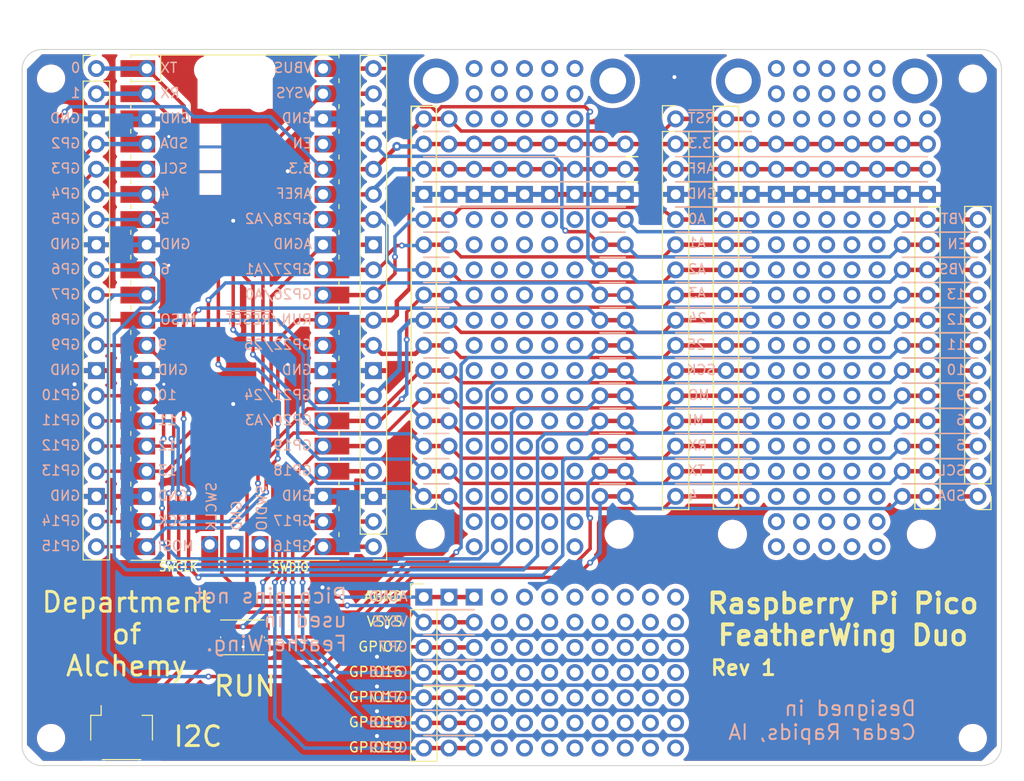
<source format=kicad_pcb>
(kicad_pcb (version 20221018) (generator pcbnew)
  (title_block (title "Raspberry Pi Pico Feather Wing Duo") (date "2023-06-02") (rev "1") (company "Department of Alchemy"))
  (layers (0 "F.Cu" power) (31 "B.Cu" signal) (34 "B.Paste" user) (35 "F.Paste" user) (36 "B.SilkS" user "B.Silkscreen") (37 "F.SilkS" user "F.Silkscreen") (38 "B.Mask" user) (39 "F.Mask" user) (44 "Edge.Cuts" user))
  (net 0 "")
  (net 1 "/~{RESET}")
  (net 2 "+3.3V")
  (net 3 "/AREF")
  (net 4 "GND")
  (net 5 "/A0")
  (net 6 "/A1")
  (net 7 "/A2")
  (net 8 "/A3")
  (net 9 "/D24")
  (net 10 "/D25")
  (net 11 "/SCK")
  (net 12 "/MOSI")
  (net 13 "/MISO")
  (net 14 "/RX")
  (net 15 "/TX")
  (net 16 "/D4")
  (net 17 "/SDA")
  (net 18 "/SCL")
  (net 19 "/D5")
  (net 20 "/D6")
  (net 21 "/D9")
  (net 22 "/D10")
  (net 23 "/D11")
  (net 24 "/D12")
  (net 25 "/D13")
  (net 26 "/VBUS")
  (net 27 "/EN")
  (net 28 "/VBAT")
  (net 29 "/AGND")
  (net 30 "/VSYS")
  (net 31 "/GPIO7")
  (net 32 "/GPIO16")
  (net 33 "/GPIO17")
  (net 34 "/GPIO18")
  (net 35 "/GPIO19")
  (footprint "Department of Alchemy:Grid Hole" (layer "F.Cu") (at 185.42 50.8)
    (fp_text reference "J86" hide)
    (fp_text value "Conn_01x01")
  )
  (footprint "Department of Alchemy:Grid Hole" (layer "F.Cu") (at 187.96 106.68)
    (fp_text reference "REF**" hide)
    (fp_text value "Grid Hole")
  )
  (footprint "Connector_PinHeader_2.54mm:PinHeader_1x16_P2.54mm_Vertical" (layer "F.Cu") (at 198.12 45.72)
    (fp_text reference "J5" hide)
    (fp_text value "Conn_01x16")
  )
  (footprint "Department of Alchemy:Grid Hole" (layer "F.Cu") (at 218.44 68.58)
    (fp_text reference "REF**" hide)
    (fp_text value "Grid Hole")
  )
  (footprint "Department of Alchemy:Grid Hole" (layer "F.Cu") (at 220.98 66.04)
    (fp_text reference "J28" hide)
    (fp_text value "Conn_01x01")
  )
  (footprint "Department of Alchemy:Grid Hole" (layer "F.Cu") (at 185.42 58.42)
    (fp_text reference "REF**" hide)
    (fp_text value "Grid Hole")
  )
  (footprint "Department of Alchemy:Grid Hole" (layer "F.Cu") (at 218.44 76.2)
    (fp_text reference "REF**" hide)
    (fp_text value "Grid Hole")
  )
  (footprint "Department of Alchemy:Grid Hole" (layer "F.Cu") (at 210.82 83.82)
    (fp_text reference "REF**" hide)
    (fp_text value "Grid Hole")
  )
  (footprint "Department of Alchemy:Grid Hole" (layer "F.Cu") (at 182.88 50.8)
    (fp_text reference "J81" hide)
    (fp_text value "Conn_01x01")
  )
  (footprint "Department of Alchemy:Grid Hole" (layer "F.Cu") (at 177.8 83.82)
    (fp_text reference "REF**" hide)
    (fp_text value "Grid Hole")
  )
  (footprint "Department of Alchemy:Grid Hole" (layer "F.Cu") (at 177.8 71.12)
    (fp_text reference "REF**" hide)
    (fp_text value "Grid Hole")
  )
  (footprint "Department of Alchemy:Feather Pins" (layer "F.Cu") (at 171.2722 39.1922 -90)
    (fp_text reference "A1" hide)
    (fp_text value "Adafruit_Feather_Generic")
  )
  (footprint "Department of Alchemy:Grid Hole" (layer "F.Cu") (at 180.34 48.26)
    (fp_text reference "J101" hide)
    (fp_text value "Conn_01x01")
  )
  (footprint "Department of Alchemy:Grid Hole" (layer "F.Cu") (at 177.8 68.58)
    (fp_text reference "REF**" hide)
    (fp_text value "Grid Hole")
  )
  (footprint "Department of Alchemy:Grid Hole" (layer "F.Cu") (at 190.5 93.98)
    (fp_text reference "REF**" hide)
    (fp_text value "Grid Hole")
  )
  (footprint "Department of Alchemy:Grid Hole" (layer "F.Cu") (at 223.52 45.72)
    (fp_text reference "REF**" hide)
    (fp_text value "Grid Hole")
  )
  (footprint "Department of Alchemy:Grid Hole" (layer "F.Cu") (at 215.9 86.36)
    (fp_text reference "REF**" hide)
    (fp_text value "Grid Hole")
  )
  (footprint "Department of Alchemy:Grid Hole" (layer "F.Cu") (at 198.12 101.6)
    (fp_text reference "REF**" hide)
    (fp_text value "Grid Hole")
  )
  (footprint "Department of Alchemy:Grid Hole" (layer "F.Cu") (at 182.88 83.82)
    (fp_text reference "REF**" hide)
    (fp_text value "Grid Hole")
  )
  (footprint "Department of Alchemy:Grid Hole" (layer "F.Cu") (at 187.96 83.82)
    (fp_text reference "REF**" hide)
    (fp_text value "Grid Hole")
  )
  (footprint "Department of Alchemy:Grid Hole" (layer "F.Cu") (at 218.44 40.64)
    (fp_text reference "REF**" hide)
    (fp_text value "Grid Hole")
  )
  (footprint "Department of Alchemy:Grid Hole" (layer "F.Cu") (at 218.44 60.96)
    (fp_text reference "REF**" hide)
    (fp_text value "Grid Hole")
  )
  (footprint "Department of Alchemy:Grid Hole" (layer "F.Cu") (at 205.74 55.88)
    (fp_text reference "J40" hide)
    (fp_text value "Conn_01x01")
  )
  (footprint "Department of Alchemy:Grid Hole" (layer "F.Cu") (at 208.28 45.72)
    (fp_text reference "REF**" hide)
    (fp_text value "Grid Hole")
  )
  (footprint "Department of Alchemy:Grid Hole" (layer "F.Cu") (at 208.28 83.82)
    (fp_text reference "REF**" hide)
    (fp_text value "Grid Hole")
  )
  (footprint "Department of Alchemy:Grid Hole" (layer "F.Cu") (at 223.52 50.8)
    (fp_text reference "J78" hide)
    (fp_text value "Conn_01x01")
  )
  (footprint "Department of Alchemy:Grid Hole" (layer "F.Cu") (at 208.28 71.12)
    (fp_text reference "REF**" hide)
    (fp_text value "Grid Hole")
  )
  (footprint "Department of Alchemy:Grid Hole" (layer "F.Cu") (at 190.5 58.42)
    (fp_text reference "J53" hide)
    (fp_text value "Conn_01x01")
  )
  (footprint "Department of Alchemy:Grid Hole" (layer "F.Cu") (at 190.5 60.96)
    (fp_text reference "J54" hide)
    (fp_text value "Conn_01x01")
  )
  (footprint "Department of Alchemy:Grid Hole" (layer "F.Cu") (at 187.96 86.36)
    (fp_text reference "REF**" hide)
    (fp_text value "Grid Hole")
  )
  (footprint "Department of Alchemy:Grid Hole" (layer "F.Cu") (at 175.26 101.6)
    (fp_text reference "J108" hide)
    (fp_text value "Conn_01x01")
  )
  (footprint "Department of Alchemy:Grid Hole" (layer "F.Cu") (at 218.44 83.82)
    (fp_text reference "REF**" hide)
    (fp_text value "Grid Hole")
  )
  (footprint "Department of Alchemy:Grid Hole" (layer "F.Cu") (at 190.5 96.52)
    (fp_text reference "REF**" hide)
    (fp_text value "Grid Hole")
  )
  (footprint "Department of Alchemy:Grid Hole" (layer "F.Cu") (at 185.42 78.74)
    (fp_text reference "REF**" hide)
    (fp_text value "Grid Hole")
  )
  (footprint "Department of Alchemy:Grid Hole" (layer "F.Cu") (at 205.74 63.5)
    (fp_text reference "J15" hide)
    (fp_text value "Conn_01x01")
  )
  (footprint "Department of Alchemy:Grid Hole" (layer "F.Cu") (at 177.8 48.26)
    (fp_text reference "J96" hide)
    (fp_text value "Conn_01x01")
  )
  (footprint "Department of Alchemy:Grid Hole" (layer "F.Cu") (at 190.5 104.14)
    (fp_text reference "REF**" hide)
    (fp_text value "Grid Hole")
  )
  (footprint "Department of Alchemy:Grid Hole" (layer "F.Cu") (at 218.44 45.72)
    (fp_text reference "REF**" hide)
    (fp_text value "Grid Hole")
  )
  (footprint "Department of Alchemy:Grid Hole" (layer "F.Cu") (at 198.12 96.52)
    (fp_text reference "REF**" hide)
    (fp_text value "Grid Hole")
  )
  (footprint "Department of Alchemy:Grid Hole" (layer "F.Cu") (at 198.12 93.98)
    (fp_text reference "REF**" hide)
    (fp_text value "Grid Hole")
  )
  (footprint "MountingHole:MountingHole_2.2mm_M2_ISO14580" (layer "F.Cu") (at 135.128 108.204)
    (fp_text reference "H2" hide)
    (fp_text value "MountingHole")
  )
  (footprint "Department of Alchemy:Grid Hole" (layer "F.Cu") (at 190.5 63.5)
    (fp_text reference "J55" hide)
    (fp_text value "Conn_01x01")
  )
  (footprint "Department of Alchemy:Grid Hole" (layer "F.Cu") (at 218.44 53.34)
    (fp_text reference "J69" hide)
    (fp_text value "Conn_01x01")
  )
  (footprint "Department of Alchemy:Grid Hole" (layer "F.Cu") (at 213.36 86.36)
    (fp_text reference "REF**" hide)
    (fp_text value "Grid Hole")
  )
  (footprint "Department of Alchemy:Grid Hole" (layer "F.Cu") (at 195.58 104.14)
    (fp_text reference "REF**" hide)
    (fp_text value "Grid Hole")
  )
  (footprint "Department of Alchemy:Grid Hole" (layer "F.Cu") (at 218.44 86.36)
    (fp_text reference "REF**" hide)
    (fp_text value "Grid Hole")
  )
  (footprint "Department of Alchemy:Grid Hole" (layer "F.Cu") (at 180.34 71.12)
    (fp_text reference "REF**" hide)
    (fp_text value "Grid Hole")
  )
  (footprint "Department of Alchemy:Grid Hole" (layer "F.Cu") (at 187.96 63.5)
    (fp_text reference "REF**" hide)
    (fp_text value "Grid Hole")
  )
  (footprint "Department of Alchemy:Grid Hole" (layer "F.Cu") (at 210.82 88.9)
    (fp_text reference "REF**" hide)
    (fp_text value "Grid Hole")
  )
  (footprint "Department of Alchemy:Grid Hole" (layer "F.Cu") (at 210.82 63.5)
    (fp_text reference "REF**" hide)
    (fp_text value "Grid Hole")
  )
  (footprint "Department of Alchemy:Grid Hole" (layer "F.Cu") (at 175.26 73.66)
    (fp_text reference "J47" hide)
    (fp_text value "Conn_01x01")
  )
  (footprint "Department of Alchemy:Grid Hole" (layer "F.Cu") (at 198.12 106.68)
    (fp_text reference "REF**" hide)
    (fp_text value "Grid Hole")
  )
  (footprint "Department of Alchemy:Grid Hole" (layer "F.Cu") (at 185.42 106.68)
    (fp_text reference "REF**" hide)
    (fp_text value "Grid Hole")
  )
  (footprint "Department of Alchemy:Grid Hole" (layer "F.Cu") (at 177.8 60.96)
    (fp_text reference "REF**" hide)
    (fp_text value "Grid Hole")
  )
  (footprint "Department of Alchemy:Grid Hole" (layer "F.Cu") (at 177.8 101.6)
    (fp_text reference "J115" hide)
    (fp_text value "Conn_01x01")
  )
  (footprint "Department of Alchemy:Grid Hole" (layer "F.Cu") (at 205.74 83.82)
    (fp_text reference "J23" hide)
    (fp_text value "Conn_01x01")
  )
  (footprint "Department of Alchemy:Grid Hole" (layer "F.Cu") (at 180.34 63.5)
    (fp_text reference "REF**" hide)
    (fp_text value "Grid Hole")
  )
  (footprint "Department of Alchemy:Grid Hole" (layer "F.Cu") (at 177.8 109.22)
    (fp_text reference "J112" hide)
    (fp_text value "Conn_01x01")
  )
  (footprint "Department of Alchemy:Grid Hole" (layer "F.Cu") (at 220.98 73.66)
    (fp_text reference "J31" hide)
    (fp_text value "Conn_01x01")
  )
  (footprint "Department of Alchemy:Grid Hole" (layer "F.Cu") (at 175.26 50.8)
    (fp_text reference "J38" hide)
    (fp_text value "Conn_01x01")
  )
  (footprint "Department of Alchemy:Grid Hole" (layer "F.Cu") (at 185.42 99.06)
    (fp_text reference "REF**" hide)
    (fp_text value "Grid Hole")
  )
  (footprint "Department of Alchemy:Grid Hole" (layer "F.Cu") (at 218.44 63.5)
    (fp_text reference "REF**" hide)
    (fp_text value "Grid Hole")
  )
  (footprint "Department of Alchemy:Grid Hole" (layer "F.Cu") (at 180.34 109.22)
    (fp_text reference "REF**" hide)
    (fp_text value "Grid Hole")
  )
  (footprint "Department of Alchemy:Grid Hole" (layer "F.Cu") (at 175.26 93.98)
    (fp_text reference "J111" hide)
    (fp_text value "Conn_01x01")
  )
  (footprint "Department of Alchemy:Grid Hole" (layer "F.Cu") (at 180.34 76.2)
    (fp_text reference "REF**" hide)
    (fp_text value "Grid Hole")
  )
  (footprint "Department of Alchemy:Grid Hole" (layer "F.Cu") (at 180.34 40.64)
    (fp_text reference "REF**" hide)
    (fp_text value "Grid Hole")
  )
  (footprint "Department of Alchemy:Grid Hole" (layer "F.Cu") (at 193.04 96.52)
    (fp_text reference "REF**" hide)
    (fp_text value "Grid Hole")
  )
  (footprint "Department of Alchemy:Grid Hole" (layer "F.Cu") (at 215.9 60.96)
    (fp_text reference "REF**" hide)
    (fp_text value "Grid Hole")
  )
  (footprint "Department of Alchemy:Grid Hole" (layer "F.Cu") (at 180.34 88.9)
    (fp_text reference "REF**" hide)
    (fp_text value "Grid Hole")
  )
  (footprint "Department of Alchemy:Grid Hole" (layer "F.Cu") (at 193.04 93.98)
    (fp_text reference "REF**" hide)
    (fp_text value "Grid Hole")
  )
  (footprint "Department of Alchemy:Grid Hole" (layer "F.Cu") (at 185.42 109.22)
    (fp_text reference "REF**" hide)
    (fp_text value "Grid Hole")
  )
  (footprint "Department of Alchemy:Grid Hole" (layer "F.Cu") (at 210.82 48.26)
    (fp_text reference "J103" hide)
    (fp_text value "Conn_01x01")
  )
  (footprint "Department of Alchemy:Grid Hole" (layer "F.Cu") (at 185.42 63.5)
    (fp_text reference "REF**" hide)
    (fp_text value "Grid Hole")
  )
  (footprint "MountingHole:MountingHole_2.2mm_M2_ISO14580" (layer "F.Cu") (at 228.092 41.656)
    (fp_text reference "H3" hide)
    (fp_text value "MountingHole")
  )
  (footprint "Department of Alchemy:Grid Hole" (layer "F.Cu") (at 180.34 68.58)
    (fp_text reference "REF**" hide)
    (fp_text value "Grid Hole")
  )
  (footprint "Department of Alchemy:Grid Hole" (layer "F.Cu") (at 190.5 83.82)
    (fp_text reference "J63" hide)
    (fp_text value "Conn_01x01")
  )
  (footprint "Department of Alchemy:Grid Hole" (layer "F.Cu") (at 190.5 99.06)
    (fp_text reference "REF**" hide)
    (fp_text value "Grid Hole")
  )
  (footprint "Department of Alchemy:Grid Hole" (layer "F.Cu") (at 185.42 86.36)
    (fp_text reference "REF**" hide)
    (fp_text value "Grid Hole")
  )
  (footprint "Department of Alchemy:Grid Hole" (layer "F.Cu") (at 210.82 71.12)
    (fp_text reference "REF**" hide)
    (fp_text value "Grid Hole")
  )
  (footprint "Department of Alchemy:Grid Hole" (layer "F.Cu") (at 215.9 45.72)
    (fp_text reference "REF**" hide)
    (fp_text value "Grid Hole")
  )
  (footprint "Department of Alchemy:Grid Hole" (layer "F.Cu") (at 182.88 40.64)
    (fp_text reference "REF**" hide)
    (fp_text value "Grid Hole")
  )
  (footprint "Department of Alchemy:Grid Hole" (layer "F.Cu") (at 208.28 86.36)
    (fp_text reference "REF**" hide)
    (fp_text value "Grid Hole")
  )
  (footprint "Department of Alchemy:Grid Hole" (layer "F.Cu") (at 220.98 68.58)
    (fp_text reference "J29" hide)
    (fp_text value "Conn_01x01")
  )
  (footprint "Department of Alchemy:Grid Hole" (layer "F.Cu") (at 218.44 48.26)
    (fp_text reference "J92" hide)
    (fp_text value "Conn_01x01")
  )
  (footprint "Department of Alchemy:Grid Hole" (layer "F.Cu") (at 185.42 93.98)
    (fp_text reference "REF**" hide)
    (fp_text value "Grid Hole")
  )
  (footprint "Department of Alchemy:Grid Hole" (layer "F.Cu") (at 208.28 60.96)
    (fp_text reference "REF**" hide)
    (fp_text value "Grid Hole")
  )
  (footprint "Department of Alchemy:Grid Hole" (layer "F.Cu") (at 215.9 71.12)
    (fp_text reference "REF**" hide)
    (fp_text value "Grid Hole")
  )
  (footprint "Connector_PinHeader_2.54mm:PinHeader_1x20_P2.54mm_Vertical" (layer "F.Cu") (at 139.7 40.64)
    (fp_text reference "J3" hide)
    (fp_text value "Conn_01x20")
  )
  (footprint "Department of Alchemy:Grid Hole" (layer "F.Cu") (at 215.9 73.66)
    (fp_text reference "REF**" hide)
    (fp_text value "Grid Hole")
  )
  (footprint "Department of Alchemy:Grid Hole" (layer "F.Cu") (at 187.96 50.8)
    (fp_text reference "J91" hide)
    (fp_text value "Conn_01x01")
  )
  (footprint "Department of Alchemy:Grid Hole" (layer "F.Cu") (at 175.26 55.88)
    (fp_text reference "J12" hide)
    (fp_text value "Conn_01x01")
  )
  (footprint "Department of Alchemy:Grid Hole" (layer "F.Cu") (at 182.88 60.96)
    (fp_text reference "REF**" hide)
    (fp_text value "Grid Hole")
  )
  (footprint "Department of Alchemy:Grid Hole" (layer "F.Cu") (at 223.52 53.34)
    (fp_text reference "J65" hide)
    (fp_text value "Conn_01x01")
  )
  (footprint "Department of Alchemy:Grid Hole" (layer "F.Cu") (at 208.28 55.88)
    (fp_text reference "REF**" hide)
    (fp_text value "Grid Hole")
  )
  (footprint "Department of Alchemy:Grid Hole" (layer "F.Cu") (at 177.8 50.8)
    (fp_text reference "J87" hide)
    (fp_text value "Conn_01x01")
  )
  (footprint "Department of Alchemy:Grid Hole" (layer "F.Cu") (at 182.88 93.98)
    (fp_text reference "REF**" hide)
    (fp_text value "Grid Hole")
  )
  (footprint "Department of Alchemy:Grid Hole" (layer "F.Cu") (at 182.88 78.74)
    (fp_text reference "REF**" hide)
    (fp_text value "Grid Hole")
  )
  (footprint "Department of Alchemy:Grid Hole" (layer "F.Cu") (at 177.8 40.64)
    (fp_text reference "REF**" hide)
    (fp_text value "Grid Hole")
  )
  (footprint "Department of Alchemy:Grid Hole" (layer "F.Cu") (at 187.96 68.58)
    (fp_text reference "REF**" hide)
    (fp_text value "Grid Hole")
  )
  (footprint "Department of Alchemy:Grid Hole" (layer "F.Cu") (at 182.88 71.12)
    (fp_text reference "REF**" hide)
    (fp_text value "Grid Hole")
  )
  (footprint "Department of Alchemy:Grid Hole" (layer "F.Cu") (at 180.34 83.82)
    (fp_text reference "REF**" hide)
    (fp_text value "Grid Hole")
  )
  (footprint "Department of Alchemy:Grid Hole" (layer "F.Cu") (at 177.8 45.72)
    (fp_text reference "REF**" hide)
    (fp_text value "Grid Hole")
  )
  (footprint "Department of Alchemy:Grid Hole" (layer "F.Cu") (at 220.98 55.88)
    (fp_text reference "J24" hide)
    (fp_text value "Conn_01x01")
  )
  (footprint "Department of Alchemy:Grid Hole" (layer "F.Cu") (at 220.98 78.74)
    (fp_text reference "J33" hide)
    (fp_text value "Conn_01x01")
  )
  (footprint "Department of Alchemy:Grid Hole" (layer "F.Cu") (at 208.28 63.5)
    (fp_text reference "REF**" hide)
    (fp_text value "Grid Hole")
  )
  (footprint "Department of Alchemy:Grid Hole" (layer "F.Cu") (at 180.34 93.98)
    (fp_text reference "REF**" hide)
    (fp_text value "Grid Hole")
  )
  (footprint "Department of Alchemy:Grid Hole" (layer "F.Cu") (at 215.9 55.88)
    (fp_text reference "REF**" hide)
    (fp_text value "Grid Hole")
  )
  (footprint "Department of Alchemy:Grid Hole" (layer "F.Cu") (at 213.36 88.9)
    (fp_text reference "REF**" hide)
    (fp_text value "Grid Hole")
  )
  (footprint "Department of Alchemy:Grid Hole" (layer "F.Cu") (at 180.34 81.28)
    (fp_text reference "REF**" hide)
    (fp_text value "Grid Hole")
  )
  (footprint "Department of Alchemy:Grid Hole" (layer "F.Cu") (at 213.36 50.8)
    (fp_text reference "J88" hide)
    (fp_text value "Conn_01x01")
  )
  (footprint "Department of Alchemy:Grid Hole" (layer "F.Cu") (at 180.34 104.14)
    (fp_text reference "REF**" hide)
    (fp_text value "Grid Hole")
  )
  (footprint "Department of Alchemy:Grid Hole" (layer "F.Cu") (at 215.9 66.04)
    (fp_text reference "REF**" hide)
    (fp_text value "Grid Hole")
  )
  (footprint "Department of Alchemy:Grid Hole" (layer "F.Cu") (at 208.28 78.74)
    (fp_text reference "REF**" hide)
    (fp_text value "Grid Hole")
  )
  (footprint "Department of Alchemy:Grid Hole" (layer "F.Cu") (at 210.82 73.66)
    (fp_text reference "REF**" hide)
    (fp_text value "Grid Hole")
  )
  (footprint "Department of Alchemy:Grid Hole" (layer "F.Cu") (at 180.34 53.34)
    (fp_text reference "J73" hide)
    (fp_text value "Conn_01x01")
  )
  (footprint "Department of Alchemy:Grid Hole" (layer "F.Cu") (at 185.42 68.58)
    (fp_text reference "REF**" hide)
    (fp_text value "Grid Hole")
  )
  (footprint "Department of Alchemy:Grid Hole" (layer "F.Cu") (at 205.74 78.74)
    (fp_text reference "J21" hide)
    (fp_text value "Conn_01x01")
  )
  (footprint "Department of Alchemy:Grid Hole" (layer "F.Cu") (at 208.28 88.9)
    (fp_text reference "REF**" hide)
    (fp_text value "Grid Hole")
  )
  (footprint "Department of Alchemy:Grid Hole" (layer "F.Cu") (at 205.74 81.28)
    (fp_text reference "J22" hide)
    (fp_text value "Conn_01x01")
  )
  (footprint "Department of Alchemy:Grid Hole" (layer "F.Cu") (at 208.28 50.8)
    (fp_text reference "J80" hide)
    (fp_text value "Conn_01x01")
  )
  (footprint "Department of Alchemy:Grid Hole" (layer "F.Cu") (at 210.82 43.18)
    (fp_text reference "REF**" hide)
    (fp_text value "Grid Hole")
  )
  (footprint "Department of Alchemy:Grid Hole" (layer "F.Cu") (at 210.82 60.96)
    (fp_text reference "REF**" hide)
    (fp_text value "Grid Hole")
  )
  (footprint "Department of Alchemy:Grid Hole" (layer "F.Cu") (at 182.88 101.6)
    (fp_text reference "REF**" hide)
    (fp_text value "Grid Hole")
  )
  (footprint "Department of Alchemy:Grid Hole" (layer "F.Cu") (at 187.96 104.14)
    (fp_text reference "REF**" hide)
    (fp_text value "Grid Hole")
  )
  (footprint "Department of Alchemy:Grid Hole" (layer "F.Cu") (at 215.9 58.42)
    (fp_text reference "REF**" hide)
    (fp_text value "Grid Hole")
  )
  (footprint "Department of Alchemy:Grid Hole" (layer "F.Cu") (at 177.8 53.34)
    (fp_text reference "J68" hide)
    (fp_text value "Conn_01x01")
  )
  (footprint "Department of Alchemy:Grid Hole" (layer "F.Cu") (at 175.26 63.5)
    (fp_text reference "J43" hide)
    (fp_text value "Conn_01x01")
  )
  (footprint "Connector_JST:JST_SH_SM04B-SRSS-TB_1x04-1MP_P1.00mm_Horizontal" (layer "F.Cu") (at 142.24 107.696)
    (fp_text reference "J1" hide)
    (fp_text value "Conn_01x04")
  )
  (footprint "Department of Alchemy:Grid Hole" (layer "F.Cu") (at 187.96 53.34)
    (fp_text reference "J67" hide)
    (fp_text value "Conn_01x01")
  )
  (footprint "Department of Alchemy:Grid Hole" (layer "F.Cu") (at 177.8 66.04)
    (fp_text reference "REF**" hide)
    (fp_text value "Grid Hole")
  )
  (footprint "Department of Alchemy:Grid Hole" (layer "F.Cu") (at 180.34 50.8)
    (fp_text reference "J82" hide)
    (fp_text value "Conn_01x01")
  )
  (footprint "Department of Alchemy:Grid Hole" (layer "F.Cu") (at 218.44 73.66)
    (fp_text reference "REF**" hide)
    (fp_text value "Grid Hole")
  )
  (footprint "Department of Alchemy:Grid Hole" (layer "F.Cu") (at 180.34 55.88)
    (fp_text reference "REF**" hide)
    (fp_text value "Grid Hole")
  )
  (footprint "Department of Alchemy:Grid Hole" (layer "F.Cu") (at 185.42 66.04)
    (fp_text reference "REF**" hide)
    (fp_text value "Grid Hole")
  )
  (footprint "Department of Alchemy:Grid Hole" (layer "F.Cu") (at 177.8 88.9)
    (fp_text reference "REF**" hide)
    (fp_text value "Grid Hole")
  )
  (footprint "Department of Alchemy:Grid Hole" (layer "F.Cu") (at 213.36 43.18)
    (fp_text reference "REF**" hide)
    (fp_text value "Grid Hole")
  )
  (footprint "Department of Alchemy:Grid Hole" (layer "F.Cu") (at 218.44 66.04)
    (fp_text reference "REF**" hide)
    (fp_text value "Grid Hole")
  )
  (footprint "Department of Alchemy:Grid Hole" (layer "F.Cu") (at 213.36 53.34)
    (fp_text reference "J74" hide)
    (fp_text value "Conn_01x01")
  )
  (footprint "Department of Alchemy:Grid Hole" (layer "F.Cu") (at 180.34 106.68)
    (fp_text reference "REF**" hide)
    (fp_text value "Grid Hole")
  )
  (footprint "Department of Alchemy:Grid Hole" (layer "F.Cu") (at 215.9 50.8)
    (fp_text reference "J84" hide)
    (fp_text value "Conn_01x01")
  )
  (footprint "Department of Alchemy:Grid Hole" (layer "F.Cu") (at 215.9 53.34)
    (fp_text reference "J70" hide)
    (fp_text value "Conn_01x01")
  )
  (footprint "Department of Alchemy:Grid Hole" (layer "F.Cu") (at 198.12 104.14)
    (fp_text reference "REF**" hide)
    (fp_text value "Grid Hole")
  )
  (footprint "Department of Alchemy:Grid Hole" (layer "F.Cu") (at 182.88 63.5)
    (fp_text reference "REF**" hide)
    (fp_text value "Grid Hole")
  )
  (footprint "Department of Alchemy:Grid Hole" (layer "F.Cu") (at 182.88 48.26)
    (fp_text reference "J95" hide)
    (fp_text value "Conn_01x01")
  )
  (footprint "Department of Alchemy:Grid Hole" (layer "F.Cu") (at 187.96 55.88)
    (fp_text reference "REF**" hide)
    (fp_text value "Grid Hole")
  )
  (footprint "Department of Alchemy:Grid Hole" (layer "F.Cu") (at 220.98 63.5)
    (fp_text reference "J27" hide)
    (fp_text value "Conn_01x01")
  )
  (footprint "Department of Alchemy:Grid Hole" (layer "F.Cu") (at 175.26 58.42)
    (fp_text reference "J41" hide)
    (fp_text value "Conn_01x01")
  )
  (footprint "Department of Alchemy:Grid Hole" (layer "F.Cu") (at 180.34 43.18)
    (fp_text reference "REF**" hide)
    (fp_text value "Grid Hole")
  )
  (footprint "Department of Alchemy:Grid Hole" (layer "F.Cu") (at 190.5 106.68)
    (fp_text reference "REF**" hide)
    (fp_text value "Grid Hole")
  )
  (footprint "Department of Alchemy:Grid Hole" (layer "F.Cu") (at 190.5 55.88)
    (fp_text reference "J52" hide)
    (fp_text value "Conn_01x01")
  )
  (footprint "Department of Alchemy:Grid Hole" (layer "F.Cu") (at 182.88 109.22)
    (fp_text reference "REF**" hide)
    (fp_text value "Grid Hole")
  )
  (footprint "Department of Alchemy:Grid Hole" (layer "F.Cu") (at 195.58 101.6)
    (fp_text reference "REF**" hide)
    (fp_text value "Grid Hole")
  )
  (footprint "Department of Alchemy:Grid Hole" (layer "F.Cu") (at 210.82 40.64)
    (fp_text reference "REF**" hide)
    (fp_text value "Grid Hole")
  )
  (footprint "Department of Alchemy:Grid Hole" (layer "F.Cu") (at 180.34 58.42)
    (fp_text reference "REF**" hide)
    (fp_text value "Grid Hole")
  )
  (footprint "Department of Alchemy:Grid Hole" (layer "F.Cu") (at 175.26 104.14)
    (fp_text reference "J107" hide)
    (fp_text value "Conn_01x01")
  )
  (footprint "Department of Alchemy:Grid Hole" (layer "F.Cu") (at 193.04 109.22)
    (fp_text reference "REF**" hide)
    (fp_text value "Grid Hole")
  )
  (footprint "Department of Alchemy:Grid Hole" (layer "F.Cu") (at 213.36 45.72)
    (fp_text reference "REF**" hide)
    (fp_text value "Grid Hole")
  )
  (footprint "Department of Alchemy:Grid Hole" (layer "F.Cu") (at 218.44 55.88)
    (fp_text reference "REF**" hide)
    (fp_text value "Grid Hole")
  )
  (footprint "Department of Alchemy:Grid Hole" (layer "F.Cu") (at 187.96 109.22)
    (fp_text reference "REF**" hide)
    (fp_text value "Grid Hole")
  )
  (footprint "Department of Alchemy:Grid Hole" (layer "F.Cu") (at 220.98 50.8)
    (fp_text reference "J79" hide)
    (fp_text value "Conn_01x01")
  )
  (footprint "Department of Alchemy:Grid Hole" (layer "F.Cu") (at 218.44 88.9)
    (fp_text reference "REF**" hide)
    (fp_text value "Grid Hole")
  )
  (footprint "Department of Alchemy:Grid Hole" (layer "F.Cu") (at 190.5 48.26)
    (fp_text reference "J94" hide)
    (fp_text value "Conn_01x01")
  )
  (footprint "Department of Alchemy:Grid Hole" (layer "F.Cu") (at 205.74 73.66)
    (fp_text reference "J19" hide)
    (fp_text value "Conn_01x01")
  )
  (footprint "Department of Alchemy:Grid Hole" (layer "F.Cu") (at 187.96 96.52)
    (fp_text reference "REF**" hide)
    (fp_text value "Grid Hole")
  )
  (footprint "Department of Alchemy:Grid Hole" (layer "F.Cu") (at 213.36 78.74)
    (fp_text reference "REF**" hide)
    (fp_text value "Grid Hole")
  )
  (footprint "Department of Alchemy:Grid Hole" (layer "F.Cu") (at 177.8 86.36)
    (fp_text reference "REF**" hide)
    (fp_text value "Grid Hole")
  )
  (footprint "Department of Alchemy:Grid Hole" (layer "F.Cu") (at 208.28 81.28)
    (fp_text reference "REF**" hide)
    (fp_text value "Grid Hole")
  )
  (footprint "Department of Alchemy:Grid Hole" (layer "F.Cu") (at 195.58 109.22)
    (fp_text reference "REF**" hide)
    (fp_text value "Grid Hole")
  )
  (footprint "Department of Alchemy:Grid Hole" (layer "F.Cu") (at 205.74 58.42)
    (fp_text reference "J13" hide)
    (fp_text value "Conn_01x01")
  )
  (footprint "Connector_PinHeader_2.54mm:PinHeader_1x07_P2.54mm_Vertical" (layer "F.Cu") (at 172.72 93.98)
    (fp_text reference "J2" hide)
    (fp_text value "Conn_01x07")
  )
  (footprint "Department of Alchemy:Grid Hole" (layer "F.Cu") (at 220.98 71.12)
    (fp_text reference "J30" hide)
    (fp_text value "Conn_01x01")
  )
  (footprint "Department of Alchemy:Grid Hole" (layer "F.Cu") (at 190.5 53.34)
    (fp_text reference "J66" hide)
    (fp_text value "Conn_01x01")
  )
  (footprint "Department of Alchemy:Grid Hole" (layer "F.Cu") (at 213.36 71.12)
    (fp_text reference "REF**" hide)
    (fp_text value "Grid Hole")
  )
  (footprint "Department of Alchemy:Grid Hole" (layer "F.Cu") (at 218.44 78.74)
    (fp_text reference "REF**" hide)
    (fp_text value "Grid Hole")
  )
  (footprint "Department of Alchemy:Grid Hole" (layer "F.Cu") (at 193.04 48.26)
    (fp_text reference "J104" hide)
    (fp_text value "Conn_01x01")
  )
  (footprint "Department of Alchemy:Grid Hole" (layer "F.Cu") (at 175.26 53.34)
    (fp_text reference "J39" hide)
    (fp_text value "Conn_01x01")
  )
  (footprint "Department of Alchemy:Grid Hole" (layer "F.Cu") (at 185.42 48.26)
    (fp_text reference "J100" hide)
    (fp_text value "Conn_01x01")
  )
  (footprint "Department of Alchemy:Grid Hole" (layer "F.Cu") (at 205.74 48.26)
    (fp_text reference "J37" hide)
    (fp_text value "Conn_01x01")
  )
  (footprint "Department of Alchemy:Grid Hole" (layer "F.Cu") (at 180.34 45.72)
    (fp_text reference "REF**" hide)
    (fp_text value "Grid Hole")
  )
  (footprint "Department of Alchemy:Grid Hole" (layer "F.Cu") (at 175.26 66.04)
    (fp_text reference "J44" hide)
    (fp_text value "Conn_01x01")
  )
  (footprint "Department of Alchemy:Grid Hole" (layer "F.Cu") (at 187.96 48.26)
    (fp_text reference "J105" hide)
    (fp_text value "Conn_01x01")
  )
  (footprint "Department of Alchemy:Grid Hole" (layer "F.Cu") (at 215.9 81.28)
    (fp_text reference "REF**" hide)
    (fp_text value "Grid Hole")
  )
  (footprint "Department of Alchemy:Grid Hole" (layer "F.Cu") (at 220.98 45.72)
    (fp_text reference "REF**" hide)
    (fp_text value "Grid Hole")
  )
  (footprint "Department of Alchemy:Grid Hole" (layer "F.Cu") (at 177.8 93.98)
    (fp_text reference "J118" hide)
    (fp_text value "Conn_01x01")
  )
  (footprint "Department of Alchemy:Grid Hole" (layer "F.Cu") (at 205.74 71.12)
    (fp_text reference "J18" hide)
    (fp_text value "Conn_01x01")
  )
  (footprint "Department of Alchemy:Grid Hole" (layer "F.Cu") (at 182.88 43.18)
    (fp_text reference "REF**" hide)
    (fp_text value "Grid Hole")
  )
  (footprint "Department of Alchemy:Grid Hole" (layer "F.Cu") (at 198.12 109.22)
    (fp_text reference "REF**" hide)
    (fp_text value "Grid Hole")
  )
  (footprint "Department of Alchemy:Grid Hole" (layer "F.Cu") (at 180.34 96.52)
    (fp_text reference "REF**" hide)
    (fp_text value "Grid Hole")
  )
  (footprint "Department of Alchemy:Grid Hole" (layer "F.Cu") (at 218.44 50.8)
    (fp_text reference "J83" hide)
    (fp_text value "Conn_01x01")
  )
  (footprint "Department of Alchemy:Grid Hole" (layer "F.Cu") (at 218.44 71.12)
    (fp_text reference "REF**" hide)
    (fp_text value "Grid Hole")
  )
  (footprint "Department of Alchemy:Grid Hole" (layer "F.Cu") (at 205.74 45.72)
    (fp_text reference "J8" hide)
    (fp_text value "Conn_01x01")
  )
  (footprint "Department of Alchemy:Grid Hole" (layer "F.Cu") (at 190.5 78.74)
    (fp_text reference "J61" hide)
    (fp_text value "Conn_01x01")
  )
  (footprint "Department of Alchemy:Grid Hole" (layer "F.Cu") (at 182.88 81.28)
    (fp_text reference "REF**" hide)
    (fp_text value "Grid Hole")
  )
  (footprint "Department of Alchemy:Grid Hole" (layer "F.Cu") (at 177.8 104.14)
    (fp_text reference "J114" hide)
    (fp_text value "Conn_01x01")
  )
  (footprint "Department of Alchemy:Grid Hole" (layer "F.Cu") (at 193.04 99.06)
    (fp_text reference "REF**" hide)
    (fp_text value "Grid Hole")
  )
  (footprint "Department of Alchemy:Grid Hole" (layer "F.Cu") (at 190.5 66.04)
    (fp_text reference "J56" hide)
    (fp_text value "Conn_01x01")
  )
  (footprint "Department of Alchemy:Grid Hole" (layer "F.Cu") (at 205.74 60.96)
    (fp_text reference "J14" hide)
    (fp_text value "Conn_01x01")
  )
  (footprint "Department of Alchemy:Grid Hole" (layer "F.Cu") (at 198.12 99.06)
    (fp_text reference "REF**" hide)
    (fp_text value "Grid Hole")
  )
  (footprint "Department of Alchemy:Grid Hole" (layer "F.Cu") (at 193.04 106.68)
    (fp_text reference "REF**" hide)
    (fp_text value "Grid Hole")
  )
  (footprint "Department of Alchemy:Grid Hole" (layer "F.Cu") (at 175.26 45.72)
    (fp_text reference "J36" hide)
    (fp_text value "Conn_01x01")
  )
  (footprint "Department of Alchemy:Grid Hole" (layer "F.Cu") (at 187.96 81.28)
    (fp_text reference "REF**" hide)
    (fp_text value "Grid Hole")
  )
  (footprint "Department of Alchemy:Grid Hole" (layer "F.Cu") (at 175.26 78.74)
    (fp_text reference "J49" hide)
    (fp_text value "Conn_01x01")
  )
  (footprint "Department of Alchemy:Grid Hole" (layer "F.Cu") (at 180.34 60.96)
    (fp_text reference "REF**" hide)
    (fp_text value "Grid Hole")
  )
  (footprint "Department of Alchemy:Grid Hole" (layer "F.Cu") (at 177.8 76.2)
    (fp_text reference "REF**" hide)
    (fp_text value "Grid Hole")
  )
  (footprint "Department of Alchemy:Grid Hole" (layer "F.Cu") (at 175.26 106.68)
    (fp_text reference "J7" hide)
    (fp_text value "Conn_01x01")
  )
  (footprint "Department of Alchemy:Grid Hole" (layer "F.Cu") (at 193.04 104.14)
    (fp_text reference "REF**" hide)
    (fp_text value "Grid Hole")
  )
  (footprint "Department of Alchemy:Grid Hole" (layer "F.Cu") (at 175.26 109.22)
    (fp_text reference "J106" hide)
    (fp_text value "Conn_01x01")
  )
  (footprint "Department of Alchemy:Grid Hole" (layer "F.Cu") (at 177.8 78.74)
    (fp_text reference "REF**" hide)
    (fp_text value "Grid Hole")
  )
  (footprint "Department of Alchemy:Grid Hole" (layer "F.Cu") (at 175.26 71.12)
    (fp_text reference "J46" hide)
    (fp_text value "Conn_01x01")
  )
  (footprint "Department of Alchemy:Grid Hole" (layer "F.Cu") (at 210.82 68.58)
    (fp_text reference "REF**" hide)
    (fp_text value "Grid Hole")
  )
  (footprint "Department of Alchemy:Grid Hole" (layer "F.Cu") (at 187.96 76.2)
    (fp_text reference "REF**" hide)
    (fp_text value "Grid Hole")
  )
  (footprint "Department of Alchemy:Grid Hole" (layer "F.Cu") (at 187.96 99.06)
    (fp_text reference "REF**" hide)
    (fp_text value "Grid Hole")
  )
  (footprint "Department of Alchemy:Grid Hole" (layer "F.Cu") (at 187.96 101.6)
    (fp_text reference "REF**" hide)
    (fp_text value "Grid Hole")
  )
  (footprint "Department of Alchemy:Grid Hole" (layer "F.Cu") (at 185.42 104.14)
    (fp_text reference "REF**" hide)
    (fp_text value "Grid Hole")
  )
  (footprint "Department of Alchemy:Grid Hole" (layer "F.Cu") (at 180.34 99.06)
    (fp_text reference "REF**" hide)
    (fp_text value "Grid Hole")
  )
  (footprint "Department of Alchemy:Grid Hole" (layer "F.Cu") (at 177.8 99.06)
    (fp_text reference "J116" hide)
    (fp_text value "Conn_01x01")
  )
  (footprint "Department of Alchemy:Grid Hole" (layer "F.Cu") (at 185.42 88.9)
    (fp_text reference "REF**" hide)
    (fp_text value "Grid Hole")
  )
  (footprint "Department of Alchemy:Grid Hole" (layer "F.Cu") (at 185.42 53.34)
    (fp_text reference "J72" hide)
    (fp_text value "Conn_01x01")
  )
  (footprint "Department of Alchemy:Grid Hole" (layer "F.Cu") (at 210.82 81.28)
    (fp_text reference "REF**" hide)
    (fp_text value "Grid Hole")
  )
  (footprint "Department of Alchemy:Grid Hole" (layer "F.Cu") (at 213.36 60.96)
    (fp_text reference "REF**" hide)
    (fp_text value "Grid Hole")
  )
  (footprint "Department of Alchemy:Grid Hole" (layer "F.Cu") (at 185.42 96.52)
    (fp_text reference "REF**" hide)
    (fp_text value "Grid Hole")
  )
  (footprint "Department of Alchemy:Grid Hole" (layer "F.Cu") (at 193.04 50.8)
    (fp_text reference "J85" hide)
    (fp_text value "Conn_01x01")
  )
  (footprint "Department of Alchemy:Grid Hole" (layer "F.Cu") (at 208.28 73.66)
    (fp_text reference "REF**" hide)
    (fp_text value "Grid Hole")
  )
  (footprint "Department of Alchemy:Grid Hole" (layer "F.Cu") (at 223.52 48.26)
    (fp_text reference "J102" hide)
    (fp_text value "Conn_01x01")
  )
  (footprint "Department of Alchemy:Grid Hole" (layer "F.Cu") (at 185.42 81.28)
    (fp_text reference "REF**" hide)
    (fp_text value "Grid Hole")
  )
  (footprint "Department of Alchemy:Grid Hole" (layer "F.Cu") (at 185.42 55.88)
    (fp_text reference "REF**" hide)
    (fp_text value "Grid Hole")
  )
  (footprint "Department of Alchemy:Grid Hole" (layer "F.Cu") (at 182.88 106.68)
    (fp_text reference "REF**" hide)
    (fp_text value "Grid Hole")
  )
  (footprint "Department of Alchemy:Grid Hole" (layer "F.Cu") (at 177.8 106.68)
    (fp_text reference "J113" hide)
    (fp_text value "Conn_01x01")
  )
  (footprint "Department of Alchemy:Grid Hole" (layer "F.Cu") (at 215.9 48.26)
    (fp_text reference "J93" hide)
    (fp_text value "Conn_01x01")
  )
  (footprint "Department of Alchemy:Grid Hole" (layer "F.Cu") (at 208.28 53.34)
    (fp_text reference "J76" hide)
    (fp_text value "Conn_01x01")
  )
  (footprint "Department of Alchemy:Grid Hole" (layer "F.Cu") (at 215.9 76.2)
    (fp_text reference "REF**" hide)
    (fp_text value "Grid Hole")
  )
  (footprint "Department of Alchemy:Grid Hole" (layer "F.Cu") (at 177.8 63.5)
    (fp_text reference "REF**" hide)
    (fp_text value "Grid Hole")
  )
  (footprint "Department of Alchemy:Grid Hole" (layer "F.Cu") (at 213.36 68.58)
    (fp_text reference "REF**" hide)
    (fp_text value "Grid Hole")
  )
  (footprint "Department of Alchemy:Grid Hole" (layer "F.Cu") (at 205.74 66.04)
    (fp_text reference "J16" hide)
    (fp_text value "Conn_01x01")
  )
  (footprint "Department of Alchemy:Grid Hole" (layer "F.Cu") (at 193.04 101.6)
    (fp_text reference "REF**" hide)
    (fp_text value "Grid Hole")
  )
  (footprint "Department of Alchemy:Grid Hole" (layer "F.Cu") (at 190.5 73.66)
    (fp_text reference "J59" hide)
    (fp_text value "Conn_01x01")
  )
  (footprint "Department of Alchemy:Grid Hole" (layer "F.Cu") (at 208.28 43.18)
    (fp_text reference "REF**" hide)
    (fp_text value "Grid Hole")
  )
  (footprint "Department of Alchemy:Grid Hole" (layer "F.Cu") (at 205.74 76.2)
    (fp_text reference "J20" hide)
    (fp_text value "Conn_01x01")
  )
  (footprint "Connector_PinHeader_2.54mm:PinHeader_1x20_P2.54mm_Vertical" (layer "F.Cu") (at 167.64 88.9 180)
    (fp_text reference "J4" hide)
    (fp_text value "Conn_01x20")
  )
  (footprint "Department of Alchemy:Grid Hole" (layer "F.Cu") (at 210.82 78.74)
    (fp_text reference "REF**" hide)
    (fp_text value "Grid Hole")
  )
  (footprint "Department of Alchemy:Grid Hole" (layer "F.Cu") (at 210.82 76.2)
    (fp_text reference "REF**" hide)
    (fp_text value "Grid Hole")
  )
  (footprint "Department of Alchemy:Grid Hole" (layer "F.Cu") (at 218.44 43.18)
    (fp_text reference "REF**" hide)
    (fp_text value "Grid Hole")
  )
  (footprint "Department of Alchemy:Grid Hole" (layer "F.Cu") (at 180.34 86.36)
    (fp_text reference "REF**" hide)
    (fp_text value "Grid Hole")
  )
  (footprint "Department of Alchemy:Grid Hole" (layer "F.Cu") (at 190.5 50.8)
    (fp_text reference "J90" hide)
    (fp_text value "Conn_01x01")
  )
  (footprint "Department of Alchemy:Grid Hole" (layer "F.Cu") (at 175.26 81.28)
    (fp_text reference "J50" hide)
    (fp_text value "Conn_01x01")
  )
  (footprint "Department of Alchemy:Grid Hole" (layer "F.Cu") (at 175.26 68.58)
    (fp_text reference "J45" hide)
    (fp_text value "Conn_01x01")
  )
  (footprint "Department of Alchemy:Grid Hole" (layer "F.Cu") (at 215.9 43.18)
    (fp_text reference "REF**" hide)
    (fp_text value "Grid Hole")
  )
  (footprint "Department of Alchemy:Grid Hole" (layer "F.Cu") (at 182.88 45.72)
    (fp_text reference "REF**" hide)
    (fp_text value "Grid Hole")
  )
  (footprint "Department of Alchemy:Grid Hole" (layer "F.Cu") (at 213.36 63.5)
    (fp_text reference "REF**" hide)
    (fp_text value "Grid Hole")
  )
  (footprint "Department of Alchemy:Grid Hole" (layer "F.Cu") (at 185.42 101.6)
    (fp_text reference "REF**" hide)
    (fp_text value "Grid Hole")
  )
  (footprint "Department of Alchemy:Feather Pins" (layer "F.Cu") (at 201.7522 39.1922 -90)
    (fp_text reference "A2" hide)
    (fp_text value "Adafruit_Feather_Generic")
  )
  (footprint "Department of Alchemy:Grid Hole" (layer "F.Cu") (at 182.88 99.06)
    (fp_text reference "REF**" hide)
    (fp_text value "Grid Hole")
  )
  (footprint "Department of Alchemy:Grid Hole" (layer "F.Cu") (at 185.42 83.82)
    (fp_text reference "REF**" hide)
    (fp_text value "Grid Hole")
  )
  (footprint "Department of Alchemy:Grid Hole" (layer "F.Cu") (at 215.9 78.74)
    (fp_text reference "REF**" hide)
    (fp_text value "Grid Hole")
  )
  (footprint "Department of Alchemy:Grid Hole" (layer "F.Cu") (at 210.82 53.34)
    (fp_text reference "J75" hide)
    (fp_text value "Conn_01x01")
  )
  (footprint "Department of Alchemy:Grid Hole" (layer "F.Cu") (at 187.96 45.72)
    (fp_text reference "REF**" hide)
    (fp_text value "Grid Hole")
  )
  (footprint "Department of Alchemy:Grid Hole" (layer "F.Cu") (at 175.26 99.06)
    (fp_text reference "J109" hide)
    (fp_text value "Conn_01x01")
  )
  (footprint "Connector_PinHeader_2.54mm:PinHeader_1x12_P2.54mm_Vertical" (layer "F.Cu") (at 228.6 83.82 180)
    (fp_text reference "J6" hide)
    (fp_text value "Conn_01x12")
  )
  (footprint "Department of Alchemy:Grid Hole" (layer "F.Cu") (at 215.9 68.58)
    (fp_text reference "REF**" hide)
    (fp_text value "Grid Hole")
  )
  (footprint "Department of Alchemy:Grid Hole" (layer "F.Cu") (at 177.8 73.66)
    (fp_text reference "REF**" hide)
    (fp_text value "Grid Hole")
  )
  (footprint "Department of Alchemy:Grid Hole" (layer "F.Cu") (at 187.96 78.74)
    (fp_text reference "REF**" hide)
    (fp_text value "Grid Hole")
  )
  (footprint "Department of Alchemy:Grid Hole" (layer "F.Cu") (at 187.96 73.66)
    (fp_text reference "REF**" hide)
    (fp_text value "Grid Hole")
  )
  (footprint "Department of Alchemy:Grid Hole" (layer "F.Cu") (at 220.98 81.28)
    (fp_text reference "J34" hide)
    (fp_text value "Conn_01x01")
  )
  (footprint "Department of Alchemy:Grid Hole" (layer "F.Cu") (at 180.34 73.66)
    (fp_text reference "REF**" hide)
    (fp_text value "Grid Hole")
  )
  (footprint "Department of Alchemy:Grid Hole" (layer "F.Cu") (at 208.28 76.2)
    (fp_text reference "REF**" hide)
    (fp_text value "Grid Hole")
  )
  (footprint "Department of Alchemy:Grid Hole" (layer "F.Cu") (at 190.5 101.6)
    (fp_text reference "REF**" hide)
    (fp_text value "Grid Hole")
  )
  (footprint "Department of Alchemy:Grid Hole" (layer "F.Cu") (at 195.58 96.52)
    (fp_text reference "REF**" hide)
    (fp_text value "Grid Hole")
  )
  (footprint "MountingHole:MountingHole_2.2mm_M2_ISO14580" (layer "F.Cu") (at 135.128 41.656)
    (fp_text reference "H1" hide)
    (fp_text value "MountingHole")
  )
  (footprint "Department of Alchemy:Grid Hole" (layer "F.Cu") (at 187.96 40.64)
    (fp_text reference "REF**" hide)
    (fp_text value "Grid Hole")
  )
  (footprint "Department of Alchemy:Grid Hole" (layer "F.Cu") (at 185.42 71.12)
    (fp_text reference "REF**" hide)
    (fp_text value "Grid Hole")
  )
  (footprint "Department of Alchemy:Grid Hole" (layer "F.Cu") (at 175.26 48.26)
    (fp_text reference "J9" hide)
    (fp_text value "Conn_01x01")
  )
  (footprint "Department of Alchemy:Grid Hole" (layer "F.Cu") (at 220.98 60.96)
    (fp_text reference "J26" hide)
    (fp_text value "Conn_01x01")
  )
  (footprint "Department of Alchemy:Grid Hole" (layer "F.Cu") (at 220.98 76.2)
    (fp_text reference "J32" hide)
    (fp_text value "Conn_01x01")
  )
  (footprint "Department of Alchemy:Grid Hole" (layer "F.Cu") (at 213.36 48.26)
    (fp_text reference "J98" hide)
    (fp_text value "Conn_01x01")
  )
  (footprint "Department of Alchemy:Grid Hole" (layer "F.Cu") (at 213.36 83.82)
    (fp_text reference "REF**" hide)
    (fp_text value "Grid Hole")
  )
  (footprint "Department of Alchemy:Grid Hole" (layer "F.Cu") (at 182.88 58.42)
    (fp_text reference "REF**" hide)
    (fp_text value "Grid Hole")
  )
  (footprint "Department of Alchemy:Grid Hole" (layer "F.Cu") (at 208.28 68.58)
    (fp_text reference "REF**" hide)
    (fp_text value "Grid Hole")
  )
  (footprint "Department of Alchemy:Grid Hole" (layer "F.Cu") (at 210.82 50.8)
    (fp_text reference "J89" hide)
    (fp_text value "Conn_01x01")
  )
  (footprint "Department of Alchemy:Grid Hole" (layer "F.Cu") (at 205.74 50.8)
    (fp_text reference "J10" hide)
    (fp_text value "Conn_01x01")
  )
  (footprint "Department of Alchemy:Grid Hole" (layer "F.Cu") (at 218.44 81.28)
    (fp_text reference "REF**" hide)
    (fp_text value "Grid Hole")
  )
  (footprint "Department of Alchemy:Grid Hole" (layer "F.Cu") (at 190.5 109.22)
    (fp_text reference "REF**" hide)
    (fp_text value "Grid Hole")
  )
  (footprint "Department of Alchemy:Grid Hole" (layer "F.Cu") (at 177.8 43.18)
    (fp_text reference "REF**" hide)
    (fp_text value "Grid Hole")
  )
  (footprint "Department of Alchemy:Grid Hole" (layer "F.Cu") (at 195.58 93.98)
    (fp_text reference "REF**" hide)
    (fp_text value "Grid Hole")
  )
  (footprint "Department of Alchemy:Grid Hole" (layer "F.Cu") (at 220.98 83.82)
    (fp_text reference "J35" hide)
    (fp_text value "Conn_01x01")
  )
  (footprint "Department of Alchemy:Grid Hole" (layer "F.Cu") (at 177.8 81.28)
    (fp_text reference "REF**" hide)
    (fp_text value "Grid Hole")
  )
  (footprint "Department of Alchemy:Grid Hole" (layer "F.Cu") (at 208.28 58.42)
    (fp_text reference "REF**" hide)
    (fp_text value "Grid Hole")
  )
  (footprint "Department of Alchemy:Grid Hole" (layer "F.Cu") (at 185.42 43.18)
    (fp_text reference "REF**" hide)
    (fp_text value "Grid Hole")
  )
  (footprint "Department of Alchemy:Grid Hole" (layer "F.Cu") (at 190.5 76.2)
    (fp_text reference "J60" hide)
    (fp_text value "Conn_01x01")
  )
  (footprint "Department of Alchemy:Grid Hole" (layer "F.Cu") (at 213.36 73.66)
    (fp_text reference "REF**" hide)
    (fp_text value "Grid Hole")
  )
  (footprint "Department of Alchemy:Grid Hole" (layer "F.Cu") (at 193.04 53.34)
    (fp_text reference "J71" hide)
    (fp_text value "Conn_01x01")
  )
  (footprint "Department of Alchemy:Grid Hole" (layer "F.Cu") (at 177.8 96.52)
    (fp_text reference "J117" hide)
    (fp_text value "Conn_01x01")
  )
  (footprint "Department of Alchemy:Grid Hole" (layer "F.Cu") (at 210.82 58.42)
    (fp_text reference "REF**" hide)
    (fp_text value "Grid Hole")
  )
  (footprint "Department of Alchemy:Grid Hole" (layer "F.Cu") (at 180.34 78.74)
    (fp_text reference "REF**" hide)
    (fp_text value "Grid Hole")
  )
  (footprint "Department of Alchemy:SW_Push_1P1T_NO_RKB2SJK250SMTR LFS" (layer "F.Cu") (at 154.432 98.044)
    (fp_text reference "SW2" hide)
    (fp_text value "SW_Push")
  )
  (footprint "Department of Alchemy:Grid Hole" (layer "F.Cu") (at 182.88 86.36)
    (fp_text reference "REF**" hide)
    (fp_text value "Grid Hole")
  )
  (footprint "Department of Alchemy:Grid Hole" (layer "F.Cu") (at 195.58 106.68)
    (fp_text reference "REF**" hide)
    (fp_text value "Grid Hole")
  )
  (footprint "Department of Alchemy:Grid Hole" (layer "F.Cu") (at 213.36 76.2)
    (fp_text reference "REF**" hide)
    (fp_text value "Grid Hole")
  )
  (footprint "Department of Alchemy:Grid Hole" (layer "F.Cu") (at 213.36 40.64)
    (fp_text reference "REF**" hide)
    (fp_text value "Grid Hole")
  )
  (footprint "Department of Alchemy:Grid Hole" (layer "F.Cu") (at 175.26 76.2)
    (fp_text reference "J48" hide)
    (fp_text value "Conn_01x01")
  )
  (footprint "Department of Alchemy:Grid Hole" (layer "F.Cu") (at 208.28 66.04)
    (fp_text reference "REF**" hide)
    (fp_text value "Grid Hole")
  )
  (footprint "Department of Alchemy:Grid Hole" (layer "F.Cu") (at 213.36 58.42)
    (fp_text reference "REF**" hide)
    (fp_text value "Grid Hole")
  )
  (footprint "Department of Alchemy:Grid Hole" (layer "F.Cu") (at 182.88 76.2)
    (fp_text reference "REF**" hide)
    (fp_text value "Grid Hole")
  )
  (footprint "Department of Alchemy:Grid Hole" (layer "F.Cu") (at 220.98 53.34)
    (fp_text reference "J64" hide)
    (fp_text value "Conn_01x01")
  )
  (footprint "Department of Alchemy:Grid Hole" (layer "F.Cu") (at 182.88 104.14)
    (fp_text reference "REF**" hide)
    (fp_text value "Grid Hole")
  )
  (footprint "Department of Alchemy:Grid Hole" (layer "F.Cu") (at 185.42 60.96)
    (fp_text reference "REF**" hide)
    (fp_text value "Grid Hole")
  )
  (footprint "Department of Alchemy:Grid Hole" (layer "F.Cu") (at 215.9 83.82)
    (fp_text reference "REF**" hide)
    (fp_text value "Grid Hole")
  )
  (footprint "Department of Alchemy:Grid Hole" (layer "F.Cu") (at 175.26 96.52)
    (fp_text reference "J110" hide)
    (fp_text value "Conn_01x01")
  )
  (footprint "Department of Alchemy:Grid Hole" (layer "F.Cu") (at 218.44 58.42)
    (fp_text reference "REF**" hide)
    (fp_text value "Grid Hole")
  )
  (footprint "Department of Alchemy:Grid Hole" (layer "F.Cu") (at 213.36 66.04)
    (fp_text reference "REF**" hide)
    (fp_text value "Grid Hole")
  )
  (footprint "Department of Alchemy:Grid Hole" (layer "F.Cu") (at 185.42 73.66)
    (fp_text reference "REF**" hide)
    (fp_text value "Grid Hole")
  )
  (footprint "Department of Alchemy:Grid Hole" (layer "F.Cu") (at 210.82 86.36)
    (fp_text reference "REF**" hide)
    (fp_text value "Grid Hole")
  )
  (footprint "Department of Alchemy:Grid Hole" (layer "F.Cu") (at 210.82 55.88)
    (fp_text reference "REF**" hide)
    (fp_text value "Grid Hole")
  )
  (footprint "Department of Alchemy:Grid Hole" (layer "F.Cu") (at 187.96 43.18)
    (fp_text reference "REF**" hide)
    (fp_text value "Grid Hole")
  )
  (footprint "Department of Alchemy:Grid Hole" (layer "F.Cu") (at 182.88 55.88)
    (fp_text reference "REF**" hide)
    (fp_text value "Grid Hole")
  )
  (footprint "Department of Alchemy:Grid Hole" (layer "F.Cu") (at 208.28 48.26)
    (fp_text reference "J99" hide)
    (fp_text value "Conn_01x01")
  )
  (footprint "Department of Alchemy:Grid Hole" (layer "F.Cu") (at 182.88 53.34)
    (fp_text reference "J77" hide)
    (fp_text value "Conn_01x01")
  )
  (footprint "Department of Alchemy:Grid Hole" (layer "F.Cu") (at 182.88 68.58)
    (fp_text reference "REF**" hide)
    (fp_text value "Grid Hole")
  )
  (footprint "Department of Alchemy:Grid Hole" (layer "F.Cu") (at 182.88 88.9)
    (fp_text reference "REF**" hide)
    (fp_text value "Grid Hole")
  )
  (footprint "Department of Alchemy:Grid Hole" (layer "F.Cu") (at 215.9 63.5)
    (fp_text reference "REF**" hide)
    (fp_text value "Grid Hole")
  )
  (footprint "Department of Alchemy:Grid Hole" (layer "F.Cu") (at 210.82 45.72)
    (fp_text reference "REF**" hide)
    (fp_text value "Grid Hole")
  )
  (footprint "Department of Alchemy:Grid Hole" (layer "F.Cu") (at 215.9 88.9)
    (fp_text reference "REF**" hide)
    (fp_text value "Grid Hole")
  )
  (footprint "Department of Alchemy:Grid Hole" (layer "F.Cu") (at 185.42 45.72)
    (fp_text reference "REF**" hide)
    (fp_text value "Grid Hole")
  )
  (footprint "Department of Alchemy:Grid Hole" (layer "F.Cu") (at 187.96 66.04)
    (fp_text reference "REF**" hide)
    (fp_text value "Grid Hole")
  )
  (footprint "Department of Alchemy:Grid Hole" (layer "F.Cu") (at 187.96 93.98)
    (fp_text reference "REF**" hide)
    (fp_text value "Grid Hole")
  )
  (footprint "Department of Alchemy:Grid Hole" (layer "F.Cu") (at 182.88 66.04)
    (fp_text reference "REF**" hide)
    (fp_text value "Grid Hole")
  )
  (footprint "Department of Alchemy:Grid Hole" (layer "F.Cu") (at 182.88 96.52)
    (fp_text reference "REF**" hide)
    (fp_text value "Grid Hole")
  )
  (footprint "Department of Alchemy:Grid Hole" (layer "F.Cu") (at 180.34 66.04)
    (fp_text reference "REF**" hide)
    (fp_text value "Grid Hole")
  )
  (footprint "Department of Alchemy:Grid Hole" (layer "F.Cu") (at 210.82 66.04)
    (fp_text reference "REF**" hide)
    (fp_text value "Grid Hole")
  )
  (footprint "Department of Alchemy:Grid Hole" (layer "F.Cu") (at 205.74 68.58)
    (fp_text reference "J17" hide)
    (fp_text value "Conn_01x01")
  )
  (footprint "Department of Alchemy:Grid Hole" (layer "F.Cu") (at 175.26 83.82)
    (fp_text reference "J51" hide)
    (fp_text value "Conn_01x01")
  )
  (footprint "Department of Alchemy:Grid Hole" (layer "F.Cu") (at 175.26 60.96)
    (fp_text reference "J42" hide)
    (fp_text value "Conn_01x01")
  )
  (footprint "MountingHole:MountingHole_2.2mm_M2_ISO14580" (layer "F.Cu") (at 228.092 108.204)
    (fp_text reference "H4" hide)
    (fp_text value "MountingHole")
  )
  (footprint "Department of Alchemy:Grid Hole" (layer "F.Cu") (at 190.5 81.28)
    (fp_text reference "J62" hide)
    (fp_text value "Conn_01x01")
  )
  (footprint "Department of Alchemy:Grid Hole" (layer "F.Cu") (at 182.88 73.66)
    (fp_text reference "REF**" hide)
    (fp_text value "Grid Hole")
  )
  (footprint "Department of Alchemy:Grid Hole" (layer "F.Cu") (at 177.8 58.42)
    (fp_text reference "REF**" hide)
    (fp_text value "Grid Hole")
  )
  (footprint "Department of Alchemy:Grid Hole" (layer "F.Cu") (at 220.98 58.42)
    (fp_text reference "J25" hide)
    (fp_text value "Conn_01x01")
  )
  (footprint "Department of Alchemy:RPi_Pico_SMD_TH" (layer "F.Cu") (at 153.67 64.77)
    (fp_text reference "U1" hide)
    (fp_text value "Pico")
  )
  (footprint "Department of Alchemy:Grid Hole" (layer "F.Cu") (at 220.98 48.26)
    (fp_text reference "J97" hide)
    (fp_text value "Conn_01x01")
  )
  (footprint "Department of Alchemy:Grid Hole" (layer "F.Cu") (at 213.36 81.28)
    (fp_text reference "REF**" hide)
    (fp_text value "Grid Hole")
  )
  (footprint "Department of Alchemy:Grid Hole" (layer "F.Cu") (at 185.42 40.64)
    (fp_text reference "REF**" hide)
    (fp_text value "Grid Hole")
  )
  (footprint "Department of Alchemy:Grid Hole" (layer "F.Cu") (at 187.96 88.9)
    (fp_text reference "REF**" hide)
    (fp_text value "Grid Hole")
  )
  (footprint "Department of Alchemy:Grid Hole" (layer "F.Cu") (at 177.8 55.88)
    (fp_text reference "REF**" hide)
    (fp_text value "Grid Hole")
  )
  (footprint "Department of Alchemy:Grid Hole" (layer "F.Cu") (at 190.5 68.58)
    (fp_text reference "J57" hide)
    (fp_text value "Conn_01x01")
  )
  (footprint "Department of Alchemy:Grid Hole" (layer "F.Cu") (at 190.5 71.12)
    (fp_text reference "J58" hide)
    (fp_text value "Conn_01x01")
  )
  (footprint "Department of Alchemy:Grid Hole" (layer "F.Cu") (at 215.9 40.64)
    (fp_text reference "REF**" hide)
    (fp_text value "Grid Hole")
  )
  (footprint "Department of Alchemy:Grid Hole" (layer "F.Cu") (at 187.96 58.42)
    (fp_text reference "REF**" hide)
    (fp_text value "Grid Hole")
  )
  (footprint "Department of Alchemy:Grid Hole" (layer "F.Cu") (at 195.58 99.06)
    (fp_text reference "REF**" hide)
    (fp_text value "Grid Hole")
  )
  (footprint "Department of Alchemy:Grid Hole" (layer "F.Cu") (at 185.42 76.2)
    (fp_text reference "REF**" hide)
    (fp_text value "Grid Hole")
  )
  (footprint "Department of Alchemy:Grid Hole" (layer "F.Cu") (at 213.36 55.88)
    (fp_text reference "REF**" hide)
    (fp_text value "Grid Hole")
  )
  (footprint "Department of Alchemy:Grid Hole" (layer "F.Cu") (at 187.96 71.12)
    (fp_text reference "REF**" hide)
    (fp_text value "Grid Hole")
  )
  (footprint "Department of Alchemy:Grid Hole" (layer "F.Cu") (at 180.34 101.6)
    (fp_text reference "REF**" hide)
    (fp_text value "Grid Hole")
  )
  (footprint "Department of Alchemy:Grid Hole" (layer "F.Cu") (at 187.96 60.96)
    (fp_text reference "REF**" hide)
    (fp_text value "Grid Hole")
  )
  (footprint "Department of Alchemy:Grid Hole" (layer "F.Cu") (at 208.28 40.64)
    (fp_text reference "REF**" hide)
    (fp_text value "Grid Hole")
  )
  (footprint "Department of Alchemy:Grid Hole" (layer "F.Cu") (at 205.74 53.34)
    (fp_text reference "J11" hide)
    (fp_text value "Conn_01x01")
  )
  (gr_line (start 205.74 59.69) (end 198.12 59.69) (stroke (width 0.15)) (layer "B.SilkS"))
  (gr_line (start 205.74 69.85) (end 198.12 69.85) (stroke (width 0.15)) (layer "B.SilkS"))
  (gr_line (start 228.6 80.01) (end 220.98 80.01) (stroke (width 0.15)) (layer "B.SilkS"))
  (gr_line (start 205.74 80.01) (end 198.12 80.01) (stroke (width 0.15)) (layer "B.SilkS"))
  (gr_line (start 172.72 59.69) (end 175.26 59.69) (stroke (width 0.15)) (layer "B.SilkS"))
  (gr_line (start 175.26 46.99) (end 172.72 46.99) (stroke (width 0.15)) (layer "B.SilkS"))
  (gr_line (start 198.12 49.53) (end 223.52 49.53) (stroke (width 0.15)) (layer "B.SilkS"))
  (gr_line (start 193.04 77.47) (end 190.5 77.47) (stroke (width 0.15)) (layer "B.SilkS"))
  (gr_line (start 177.8 102.87) (end 172.72 102.87) (stroke (width 0.15)) (layer "B.SilkS"))
  (gr_line (start 177.8 107.95) (end 172.72 107.95) (stroke (width 0.15)) (layer "B.SilkS"))
  (gr_line (start 228.6 62.23) (end 220.98 62.23) (stroke (width 0.15)) (layer "B.SilkS"))
  (gr_line (start 172.72 80.01) (end 175.26 80.01) (stroke (width 0.15)) (layer "B.SilkS"))
  (gr_line (start 175.26 82.55) (end 172.72 82.55) (stroke (width 0.15)) (layer "B.SilkS"))
  (gr_line (start 198.12 62.23) (end 205.74 62.23) (stroke (width 0.15)) (layer "B.SilkS"))
  (gr_line (start 198.12 72.39) (end 205.74 72.39) (stroke (width 0.15)) (layer "B.SilkS"))
  (gr_line (start 198.12 52.07) (end 223.52 52.07) (stroke (width 0.15)) (layer "B.SilkS"))
  (gr_line (start 175.26 72.39) (end 172.72 72.39) (stroke (width 0.15)) (layer "B.SilkS"))
  (gr_line (start 190.5 69.85) (end 193.04 69.85) (stroke (width 0.15)) (layer "B.SilkS"))
  (gr_line (start 228.6 72.39) (end 220.98 72.39) (stroke (width 0.15)) (layer "B.SilkS"))
  (gr_line (start 198.12 82.55) (end 205.74 82.55) (stroke (width 0.15)) (layer "B.SilkS"))
  (gr_line (start 228.6 74.93) (end 220.98 74.93) (stroke (width 0.15)) (layer "B.SilkS"))
  (gr_line (start 205.74 54.61) (end 223.52 54.61) (stroke (width 0.15)) (layer "B.SilkS"))
  (gr_line (start 177.8 97.79) (end 172.72 97.79) (stroke (width 0.15)) (layer "B.SilkS"))
  (gr_line (start 193.04 62.23) (end 190.5 62.23) (stroke (width 0.15)) (layer "B.SilkS"))
  (gr_line (start 190.5 59.69) (end 193.04 59.69) (stroke (width 0.15)) (layer "B.SilkS"))
  (gr_line (start 228.6 69.85) (end 220.98 69.85) (stroke (width 0.15)) (layer "B.SilkS"))
  (gr_line (start 172.72 74.93) (end 175.26 74.93) (stroke (width 0.15)) (layer "B.SilkS"))
  (gr_line (start 198.12 46.99) (end 205.74 46.99) (stroke (width 0.15)) (layer "B.SilkS"))
  (gr_line (start 228.6 59.69) (end 220.98 59.69) (stroke (width 0.15)) (layer "B.SilkS"))
  (gr_line (start 193.04 67.31) (end 190.5 67.31) (stroke (width 0.15)) (layer "B.SilkS"))
  (gr_line (start 190.5 64.77) (end 193.04 64.77) (stroke (width 0.15)) (layer "B.SilkS"))
  (gr_line (start 198.12 67.31) (end 205.74 67.31) (stroke (width 0.15)) (layer "B.SilkS"))
  (gr_line (start 193.04 72.39) (end 190.5 72.39) (stroke (width 0.15)) (layer "B.SilkS"))
  (gr_line (start 172.72 69.85) (end 175.26 69.85) (stroke (width 0.15)) (layer "B.SilkS"))
  (gr_line (start 175.26 57.15) (end 172.72 57.15) (stroke (width 0.15)) (layer "B.SilkS"))
  (gr_line (start 172.72 100.33) (end 177.8 100.33) (stroke (width 0.15)) (layer "B.SilkS"))
  (gr_line (start 190.5 74.93) (end 193.04 74.93) (stroke (width 0.15)) (layer "B.SilkS"))
  (gr_line (start 198.12 57.15) (end 205.74 57.15) (stroke (width 0.15)) (layer "B.SilkS"))
  (gr_line (start 205.74 54.61) (end 198.12 54.61) (stroke (width 0.15)) (layer "B.SilkS"))
  (gr_line (start 172.72 105.41) (end 177.8 105.41) (stroke (width 0.15)) (layer "B.SilkS"))
  (gr_line (start 175.26 67.31) (end 172.72 67.31) (stroke (width 0.15)) (layer "B.SilkS"))
  (gr_line (start 172.72 64.77) (end 175.26 64.77) (stroke (width 0.15)) (layer "B.SilkS"))
  (gr_line (start 190.5 80.01) (end 193.04 80.01) (stroke (width 0.15)) (layer "B.SilkS"))
  (gr_line (start 175.26 62.23) (end 172.72 62.23) (stroke (width 0.15)) (layer "B.SilkS"))
  (gr_line (start 193.04 57.15) (end 190.5 57.15) (stroke (width 0.15)) (layer "B.SilkS"))
  (gr_line (start 172.72 95.25) (end 177.8 95.25) (stroke (width 0.15)) (layer "B.SilkS"))
  (gr_line (start 228.6 67.31) (end 220.98 67.31) (stroke (width 0.15)) (layer "B.SilkS"))
  (gr_line (start 175.26 77.47) (end 172.72 77.47) (stroke (width 0.15)) (layer "B.SilkS"))
  (gr_line (start 205.74 74.93) (end 198.12 74.93) (stroke (width 0.15)) (layer "B.SilkS"))
  (gr_line (start 228.6 77.47) (end 220.98 77.47) (stroke (width 0.15)) (layer "B.SilkS"))
  (gr_line (start 228.6 64.77) (end 220.98 64.77) (stroke (width 0.15)) (layer "B.SilkS"))
  (gr_line (start 205.74 64.77) (end 198.12 64.77) (stroke (width 0.15)) (layer "B.SilkS"))
  (gr_line (start 228.6 82.55) (end 220.98 82.55) (stroke (width 0.15)) (layer "B.SilkS"))
  (gr_line (start 193.04 82.55) (end 190.5 82.55) (stroke (width 0.15)) (layer "B.SilkS"))
  (gr_line (start 172.72 49.53) (end 193.04 49.53) (stroke (width 0.15)) (layer "B.SilkS"))
  (gr_line (start 198.12 77.47) (end 205.74 77.47) (stroke (width 0.15)) (layer "B.SilkS"))
  (gr_line (start 172.72 54.61) (end 193.04 54.61) (stroke (width 0.15)) (layer "B.SilkS"))
  (gr_line (start 193.04 52.07) (end 172.72 52.07) (stroke (width 0.15)) (layer "B.SilkS"))
  (gr_line (start 228.6 57.15) (end 220.98 57.15) (stroke (width 0.15)) (layer "B.SilkS"))
  (gr_line (start 220.98 72.39) (end 223.52 72.39) (stroke (width 0.15)) (layer "F.SilkS"))
  (gr_line (start 203.2 82.55) (end 198.12 82.55) (stroke (width 0.15)) (layer "F.SilkS"))
  (gr_line (start 203.2 49.53) (end 198.12 49.53) (stroke (width 0.15)) (layer "F.SilkS"))
  (gr_rect (start 171.45 44.45) (end 173.99 85.09) (stroke (width 0.15)) (fill none) (layer "F.SilkS"))
  (gr_line (start 172.72 46.99) (end 175.26 46.99) (stroke (width 0.15)) (layer "F.SilkS"))
  (gr_line (start 190.5 69.85) (end 193.04 69.85) (stroke (width 0.15)) (layer "F.SilkS"))
  (gr_line (start 220.98 69.85) (end 223.52 69.85) (stroke (width 0.15)) (layer "F.SilkS"))
  (gr_line (start 177.8 107.95) (end 172.72 107.95) (stroke (width 0.15)) (layer "F.SilkS"))
  (gr_line (start 203.2 52.07) (end 223.52 52.07) (stroke (width 0.15)) (layer "F.SilkS"))
  (gr_line (start 223.52 59.69) (end 228.6 59.69) (stroke (width 0.15)) (layer "F.SilkS"))
  (gr_line (start 172.72 62.23) (end 175.26 62.23) (stroke (width 0.15)) (layer "F.SilkS"))
  (gr_line (start 203.2 77.47) (end 205.74 77.47) (stroke (width 0.15)) (layer "F.SilkS"))
  (gr_line (start 203.2 62.23) (end 205.74 62.23) (stroke (width 0.15)) (layer "F.SilkS"))
  (gr_line (start 203.2 74.93) (end 205.74 74.93) (stroke (width 0.15)) (layer "F.SilkS"))
  (gr_line (start 203.2 64.77) (end 205.74 64.77) (stroke (width 0.15)) (layer "F.SilkS"))
  (gr_line (start 203.2 46.99) (end 205.74 46.99) (stroke (width 0.15)) (layer "F.SilkS"))
  (gr_line (start 203.2 54.61) (end 198.12 54.61) (stroke (width 0.15)) (layer "F.SilkS"))
  (gr_line (start 172.72 74.93) (end 175.26 74.93) (stroke (width 0.15)) (layer "F.SilkS"))
  (gr_line (start 223.52 80.01) (end 228.6 80.01) (stroke (width 0.15)) (layer "F.SilkS"))
  (gr_line (start 190.5 67.31) (end 193.04 67.31) (stroke (width 0.15)) (layer "F.SilkS"))
  (gr_line (start 203.2 57.15) (end 205.74 57.15) (stroke (width 0.15)) (layer "F.SilkS"))
  (gr_line (start 190.5 72.39) (end 193.04 72.39) (stroke (width 0.15)) (layer "F.SilkS"))
  (gr_line (start 223.52 57.15) (end 228.6 57.15) (stroke (width 0.15)) (layer "F.SilkS"))
  (gr_line (start 203.2 54.61) (end 223.52 54.61) (stroke (width 0.15)) (layer "F.SilkS"))
  (gr_line (start 172.72 100.33) (end 177.8 100.33) (stroke (width 0.15)) (layer "F.SilkS"))
  (gr_line (start 172.72 64.77) (end 175.26 64.77) (stroke (width 0.15)) (layer "F.SilkS"))
  (gr_line (start 220.98 74.93) (end 223.52 74.93) (stroke (width 0.15)) (layer "F.SilkS"))
  (gr_line (start 172.72 80.01) (end 175.26 80.01) (stroke (width 0.15)) (layer "F.SilkS"))
  (gr_line (start 190.5 82.55) (end 193.04 82.55) (stroke (width 0.15)) (layer "F.SilkS"))
  (gr_line (start 190.5 62.23) (end 193.04 62.23) (stroke (width 0.15)) (layer "F.SilkS"))
  (gr_line (start 203.2 67.31) (end 205.74 67.31) (stroke (width 0.15)) (layer "F.SilkS"))
  (gr_line (start 203.2 46.99) (end 198.12 46.99) (stroke (width 0.15)) (layer "F.SilkS"))
  (gr_line (start 172.72 95.25) (end 177.8 95.25) (stroke (width 0.15)) (layer "F.SilkS"))
  (gr_line (start 220.98 67.31) (end 223.52 67.31) (stroke (width 0.15)) (layer "F.SilkS"))
  (gr_line (start 203.2 57.15) (end 198.12 57.15) (stroke (width 0.15)) (layer "F.SilkS"))
  (gr_line (start 172.72 77.47) (end 175.26 77.47) (stroke (width 0.15)) (layer "F.SilkS"))
  (gr_line (start 203.2 59.69) (end 205.74 59.69) (stroke (width 0.15)) (layer "F.SilkS"))
  (gr_line (start 220.98 59.69) (end 223.52 59.69) (stroke (width 0.15)) (layer "F.SilkS"))
  (gr_line (start 203.2 74.93) (end 198.12 74.93) (stroke (width 0.15)) (layer "F.SilkS"))
  (gr_line (start 172.72 103) (end 177.8 103) (stroke (width 0.15)) (layer "F.SilkS"))
  (gr_line (start 172.72 52.07) (end 194.31 52.07) (stroke (width 0.15)) (layer "F.SilkS"))
  (gr_line (start 223.52 64.77) (end 228.6 64.77) (stroke (width 0.15)) (layer "F.SilkS"))
  (gr_line (start 220.98 82.55) (end 223.52 82.55) (stroke (width 0.15)) (layer "F.SilkS"))
  (gr_line (start 190.5 74.93) (end 193.04 74.93) (stroke (width 0.15)) (layer "F.SilkS"))
  (gr_line (start 172.72 59.69) (end 175.26 59.69) (stroke (width 0.15)) (layer "F.SilkS"))
  (gr_line (start 172.72 54.61) (end 193.04 54.61) (stroke (width 0.15)) (layer "F.SilkS"))
  (gr_line (start 223.52 69.85) (end 228.6 69.85) (stroke (width 0.15)) (layer "F.SilkS"))
  (gr_line (start 203.2 72.39) (end 205.74 72.39) (stroke (width 0.15)) (layer "F.SilkS"))
  (gr_line (start 172.72 69.85) (end 175.26 69.85) (stroke (width 0.15)) (layer "F.SilkS"))
  (gr_line (start 177.8 97.79) (end 172.72 97.79) (stroke (width 0.15)) (layer "F.SilkS"))
  (gr_rect (start 201.93 44.45) (end 204.47 85.09) (stroke (width 0.15)) (fill none) (layer "F.SilkS"))
  (gr_line (start 203.2 59.69) (end 198.12 59.69) (stroke (width 0.15)) (layer "F.SilkS"))
  (gr_line (start 203.2 49.53) (end 223.52 49.53) (stroke (width 0.15)) (layer "F.SilkS"))
  (gr_line (start 203.2 80.01) (end 205.74 80.01) (stroke (width 0.15)) (layer "F.SilkS"))
  (gr_line (start 223.52 62.23) (end 228.6 62.23) (stroke (width 0.15)) (layer "F.SilkS"))
  (gr_line (start 203.2 62.23) (end 198.12 62.23) (stroke (width 0.15)) (layer "F.SilkS"))
  (gr_line (start 172.72 57.15) (end 175.26 57.15) (stroke (width 0.15)) (layer "F.SilkS"))
  (gr_line (start 223.52 67.31) (end 228.6 67.31) (stroke (width 0.15)) (layer "F.SilkS"))
  (gr_line (start 190.5 59.69) (end 193.04 59.69) (stroke (width 0.15)) (layer "F.SilkS"))
  (gr_line (start 220.98 80.01) (end 223.52 80.01) (stroke (width 0.15)) (layer "F.SilkS"))
  (gr_line (start 172.72 67.31) (end 175.26 67.31) (stroke (width 0.15)) (layer "F.SilkS"))
  (gr_line (start 172.72 72.39) (end 175.26 72.39) (stroke (width 0.15)) (layer "F.SilkS"))
  (gr_line (start 220.98 62.23) (end 223.52 62.23) (stroke (width 0.15)) (layer "F.SilkS"))
  (gr_line (start 203.2 67.31) (end 198.12 67.31) (stroke (width 0.15)) (layer "F.SilkS"))
  (gr_line (start 223.52 74.93) (end 228.6 74.93) (stroke (width 0.15)) (layer "F.SilkS"))
  (gr_line (start 220.98 64.77) (end 223.52 64.77) (stroke (width 0.15)) (layer "F.SilkS"))
  (gr_line (start 203.2 69.85) (end 205.74 69.85) (stroke (width 0.15)) (layer "F.SilkS"))
  (gr_line (start 172.72 49.53) (end 194.31 49.53) (stroke (width 0.15)) (layer "F.SilkS"))
  (gr_line (start 223.52 72.39) (end 228.6 72.39) (stroke (width 0.15)) (layer "F.SilkS"))
  (gr_line (start 190.5 64.77) (end 193.04 64.77) (stroke (width 0.15)) (layer "F.SilkS"))
  (gr_line (start 190.5 77.47) (end 193.04 77.47) (stroke (width 0.15)) (layer "F.SilkS"))
  (gr_line (start 203.2 69.85) (end 198.12 69.85) (stroke (width 0.15)) (layer "F.SilkS"))
  (gr_line (start 223.52 82.55) (end 228.6 82.55) (stroke (width 0.15)) (layer "F.SilkS"))
  (gr_line (start 203.2 64.77) (end 198.12 64.77) (stroke (width 0.15)) (layer "F.SilkS"))
  (gr_line (start 220.98 77.47) (end 223.52 77.47) (stroke (width 0.15)) (layer "F.SilkS"))
  (gr_line (start 203.2 80.01) (end 198.12 80.01) (stroke (width 0.15)) (layer "F.SilkS"))
  (gr_line (start 190.5 57.15) (end 193.04 57.15) (stroke (width 0.15)) (layer "F.SilkS"))
  (gr_line (start 203.2 72.39) (end 198.12 72.39) (stroke (width 0.15)) (layer "F.SilkS"))
  (gr_line (start 172.72 82.55) (end 175.26 82.55) (stroke (width 0.15)) (layer "F.SilkS"))
  (gr_line (start 203.2 77.47) (end 198.12 77.47) (stroke (width 0.15)) (layer "F.SilkS"))
  (gr_line (start 203.2 82.55) (end 205.74 82.55) (stroke (width 0.15)) (layer "F.SilkS"))
  (gr_line (start 223.52 77.47) (end 228.6 77.47) (stroke (width 0.15)) (layer "F.SilkS"))
  (gr_line (start 220.98 57.15) (end 223.52 57.15) (stroke (width 0.15)) (layer "F.SilkS"))
  (gr_line (start 203.2 52.07) (end 198.12 52.07) (stroke (width 0.15)) (layer "F.SilkS"))
  (gr_rect (start 222.25 54.61) (end 224.79 85.09) (stroke (width 0.15)) (fill none) (layer "F.SilkS"))
  (gr_line (start 190.5 80.01) (end 193.04 80.01) (stroke (width 0.15)) (layer "F.SilkS"))
  (gr_line (start 172.72 105.41) (end 177.8 105.41) (stroke (width 0.15)) (layer "F.SilkS"))
  (gr_arc (start 132.214214 40.714214) (mid 132.8 39.3) (end 134.214214 38.714214) (stroke (width 0.1)) (layer "Edge.Cuts"))
  (gr_line (start 134.214214 110.985786) (end 228.985786 110.985786) (stroke (width 0.1)) (layer "Edge.Cuts"))
  (gr_arc (start 230.985786 108.985786) (mid 230.4 110.4) (end 228.985786 110.985786) (stroke (width 0.1)) (layer "Edge.Cuts"))
  (gr_line (start 230.985786 108.985786) (end 230.985786 40.714214) (stroke (width 0.1)) (layer "Edge.Cuts"))
  (gr_arc (start 228.985786 38.714214) (mid 230.4 39.3) (end 230.985786 40.714214) (stroke (width 0.1)) (layer "Edge.Cuts"))
  (gr_line (start 132.214214 40.714214) (end 132.214214 108.985786) (stroke (width 0.1)) (layer "Edge.Cuts"))
  (gr_arc (start 134.214214 110.985786) (mid 132.8 110.4) (end 132.214214 108.985786) (stroke (width 0.1)) (layer "Edge.Cuts"))
  (gr_line (start 228.985786 38.714214) (end 134.214214 38.714214) (stroke (width 0.1)) (layer "Edge.Cuts"))
  (gr_text "GND" (at 161.544 71.628) (layer "B.SilkS") (effects (font (size 1 1)) (justify left bottom mirror)))
  (gr_text "3.3" (at 161.544 51.308) (layer "B.SilkS") (effects (font (size 1 1)) (justify left bottom mirror)))
  (gr_text "GP5" (at 138.176 56.388) (layer "B.SilkS") (effects (font (size 1 1)) (justify left bottom mirror)))
  (gr_text "ARF" (at 199.263 51.308) (layer "B.SilkS") (effects (font (size 1 1)) (justify right bottom mirror)))
  (gr_text "GND" (at 146.05 46.228) (layer "B.SilkS") (effects (font (size 1 1)) (justify right bottom mirror)))
  (gr_text "GP26/A0" (at 161.544 64.008) (layer "B.SilkS") (effects (font (size 1 1)) (justify left bottom mirror)))
  (gr_text "GP18" (at 161.544 81.788) (layer "B.SilkS") (effects (font (size 1 1)) (justify left bottom mirror)))
  (gr_text "5" (at 227.457 79.248) (layer "B.SilkS") (effects (font (size 1 1)) (justify left bottom mirror)))
  (gr_text "MOSI" (at 145.796 89.408) (layer "B.SilkS") (effects (font (size 1 1)) (justify right bottom mirror)))
  (gr_text "GP27/A1" (at 161.544 61.468) (layer "B.SilkS") (effects (font (size 1 1)) (justify left bottom mirror)))
  (gr_text "GP20/A3" (at 161.544 76.708) (layer "B.SilkS") (effects (font (size 1 1)) (justify left bottom mirror)))
  (gr_text "MO" (at 199.263 74.168) (layer "B.SilkS") (effects (font (size 1 1)) (justify right bottom mirror)))
  (gr_text "GND" (at 161.544 46.228) (layer "B.SilkS") (effects (font (size 1 1)) (justify left bottom mirror)))
  (gr_text "SCK" (at 199.136 71.628) (layer "B.SilkS") (effects (font (size 1 1)) (justify right bottom mirror)))
  (gr_text "GP16" (at 171.196 102.108) (layer "B.SilkS") (effects (font (size 1 1)) (justify left bottom mirror)))
  (gr_text "A0" (at 199.263 56.388) (layer "B.SilkS") (effects (font (size 1 1)) (justify right bottom mirror)))
  (gr_text "SCL" (at 146.05 51.308) (layer "B.SilkS") (effects (font (size 1 1)) (justify right bottom mirror)))
  (gr_text "GP10" (at 138.176 74.168) (layer "B.SilkS") (effects (font (size 1 1)) (justify left bottom mirror)))
  (gr_text "GP14" (at 138.176 86.868) (layer "B.SilkS") (effects (font (size 1 1)) (justify left bottom mirror)))
  (gr_text "11" (at 145.796 76.708) (layer "B.SilkS") (effects (font (size 1 1)) (justify right bottom mirror)))
  (gr_text "GP17" (at 161.544 86.868) (layer "B.SilkS") (effects (font (size 1 1)) (justify left bottom mirror)))
  (gr_text "GP7" (at 138.176 64.008) (layer "B.SilkS") (effects (font (size 1 1)) (justify left bottom mirror)))
  (gr_text "GP9" (at 138.176 69.088) (layer "B.SilkS") (effects (font (size 1 1)) (justify left bottom mirror)))
  (gr_text "GND" (at 145.796 71.628) (layer "B.SilkS") (effects (font (size 1 1)) (justify right bottom mirror)))
  (gr_text "6" (at 227.457 76.708) (layer "B.SilkS") (effects (font (size 1 1)) (justify left bottom mirror)))
  (gr_text "SDA" (at 146.05 48.768) (layer "B.SilkS") (effects (font (size 1 1)) (justify right bottom mirror)))
  (gr_text "Pico pins not\nused in\nFeatherWing." (at 165.1 99.568) (layer "B.SilkS") (effects (font (size 1.5 1.5) (thickness 0.2)) (justify left bottom mirror)))
  (gr_text "0" (at 138.176 41.148) (layer "B.SilkS") (effects (font (size 1 1)) (justify left bottom mirror)))
  (gr_text "GP2" (at 138.176 48.768) (layer "B.SilkS") (effects (font (size 1 1)) (justify left bottom mirror)))
  (gr_text "GP12" (at 138.176 79.248) (layer "B.SilkS") (effects (font (size 1 1)) (justify left bottom mirror)))
  (gr_text "EN" (at 161.544 48.768) (layer "B.SilkS") (effects (font (size 1 1)) (justify left bottom mirror)))
  (gr_text "GND" (at 161.544 84.328) (layer "B.SilkS") (effects (font (size 1 1)) (justify left bottom mirror)))
  (gr_text "GND" (at 138.176 71.628) (layer "B.SilkS") (effects (font (size 1 1)) (justify left bottom mirror)))
  (gr_text "9" (at 145.796 69.088) (layer "B.SilkS") (effects (font (size 1 1)) (justify right bottom mirror)))
  (gr_text "SWCLK" (at 151.892 87.376 90) (layer "B.SilkS") (effects (font (size 1 1)) (justify right bottom mirror)))
  (gr_text "RX" (at 199.263 79.248) (layer "B.SilkS") (effects (font (size 1 1)) (justify right bottom mirror)))
  (gr_text "Designed in\nCedar Rapids, IA" (at 222.5 108.5) (layer "B.SilkS") (effects (font (size 1.5 1.5) (thickness 0.2)) (justify left bottom mirror)))
  (gr_text "3.3" (at 199.263 48.768) (layer "B.SilkS") (effects (font (size 1 1)) (justify right bottom mirror)))
  (gr_text "10" (at 145.796 74.168) (layer "B.SilkS") (effects (font (size 1 1)) (justify right bottom mirror)))
  (gr_text "GP18" (at 171.196 107.188) (layer "B.SilkS") (effects (font (size 1 1)) (justify left bottom mirror)))
  (gr_text "~{RST}" (at 199.263 46.228) (layer "B.SilkS") (effects (font (size 1 1)) (justify right bottom mirror)))
  (gr_text "AREF" (at 161.544 53.848) (layer "B.SilkS") (effects (font (size 1 1)) (justify left bottom mirror)))
  (gr_text "24" (at 199.263 66.421) (layer "B.SilkS") (effects (font (size 1 1)) (justify right bottom mirror)))
  (gr_text "1" (at 138.176 43.688) (layer "B.SilkS") (effects (font (size 1 1)) (justify left bottom mirror)))
  (gr_text "GND" (at 145.796 84.328) (layer "B.SilkS") (effects (font (size 1 1)) (justify right bottom mirror)))
  (gr_text "EN" (at 227.584 58.928) (layer "B.SilkS") (effects (font (size 1 1)) (justify left bottom mirror)))
  (gr_text "VSYS" (at 161.544 43.688) (layer "B.SilkS") (effects (font (size 1 1)) (justify left bottom mirror)))
  (gr_text "A3" (at 199.263 63.881) (layer "B.SilkS") (effects (font (size 1 1)) (justify right bottom mirror)))
  (gr_text "MI" (at 199.263 76.708) (layer "B.SilkS") (effects (font (size 1 1)) (justify right bottom mirror)))
  (gr_text "GP21/24" (at 161.544 74.168) (layer "B.SilkS") (effects (font (size 1 1)) (justify left bottom mirror)))
  (gr_text "GND" (at 154.432 87.376 90) (layer "B.SilkS") (effects (font (size 1 1)) (justify right bottom mirror)))
  (gr_text "4" (at 146.05 53.848) (layer "B.SilkS") (effects (font (size 1 1)) (justify right bottom mirror)))
  (gr_text "A2" (at 199.263 61.468) (layer "B.SilkS") (effects (font (size 1 1)) (justify right bottom mirror)))
  (gr_text "VSYS" (at 171.196 97.028) (layer "B.SilkS") (effects (font (size 1 1)) (justify left bottom mirror)))
  (gr_text "GND" (at 146.05 58.928) (layer "B.SilkS") (effects (font (size 1 1)) (justify right bottom mirror)))
  (gr_text "GP15" (at 138.176 89.408) (layer "B.SilkS") (effects (font (size 1 1)) (justify left bottom mirror)))
  (gr_text "12" (at 145.796 79.248) (layer "B.SilkS") (effects (font (size 1 1)) (justify right bottom mirror)))
  (gr_text "11" (at 227.457 69.088) (layer "B.SilkS") (effects (font (size 1 1)) (justify left bottom mirror)))
  (gr_text "GND" (at 138.176 58.928) (layer "B.SilkS") (effects (font (size 1 1)) (justify left bottom mirror)))
  (gr_text "VBT" (at 227.584 56.388) (layer "B.SilkS") (effects (font (size 1 1)) (justify left bottom mirror)))
  (gr_text "AGND" (at 171.196 94.488) (layer "B.SilkS") (effects (font (size 1 1)) (justify left bottom mirror)))
  (gr_text "TX" (at 146.05 41.148) (layer "B.SilkS") (effects (font (size 1 1)) (justify right bottom mirror)))
  (gr_text "GND" (at 199.136 53.848) (layer "B.SilkS") (effects (font (size 1 1)) (justify right bottom mirror)))
  (gr_text "GP8" (at 138.176 66.548) (layer "B.SilkS") (effects (font (size 1 1)) (justify left bottom mirror)))
  (gr_text "VBS" (at 227.584 61.468) (layer "B.SilkS") (effects (font (size 1 1)) (justify left bottom mirror)))
  (gr_text "GP16" (at 161.544 89.408) (layer "B.SilkS") (effects (font (size 1 1)) (justify left bottom mirror)))
  (gr_text "A1" (at 199.263 58.801) (layer "B.SilkS") (effects (font (size 1 1)) (justify right bottom mirror)))
  (gr_text "GP22/25" (at 161.544 69.088) (layer "B.SilkS") (effects (font (size 1 1)) (justify left bottom mirror)))
  (gr_text "13" (at 145.796 81.788) (layer "B.SilkS") (effects (font (size 1 1)) (justify right bottom mirror)))
  (gr_text "GP28/A2" (at 161.544 56.388) (layer "B.SilkS") (effects (font (size 1 1)) (justify left bottom mirror)))
  (gr_text "GP11" (at 138.176 76.708) (layer "B.SilkS") (effects (font (size 1 1)) (justify left bottom mirror)))
  (gr_text "25" (at 199.136 69.088) (layer "B.SilkS") (effects (font (size 1 1)) (justify right bottom mirror)))
  (gr_text "GND" (at 138.176 84.328) (layer "B.SilkS") (effects (font (size 1 1)) (justify left bottom mirror)))
  (gr_text "GP3" (at 138.176 51.308) (layer "B.SilkS") (effects (font (size 1 1)) (justify left bottom mirror)))
  (gr_text "MISO" (at 146.05 66.548) (layer "B.SilkS") (effects (font (size 1 1)) (justify right bottom mirror)))
  (gr_text "4" (at 199.263 84.328) (layer "B.SilkS") (effects (font (size 1 1)) (justify right bottom mirror)))
  (gr_text "GP13" (at 138.176 81.788) (layer "B.SilkS") (effects (font (size 1 1)) (justify left bottom mirror)))
  (gr_text "SWDIO" (at 156.972 87.376 90) (layer "B.SilkS") (effects (font (size 1 1)) (justify right bottom mirror)))
  (gr_text "12" (at 227.457 66.548) (layer "B.SilkS") (effects (font (size 1 1)) (justify left bottom mirror)))
  (gr_text "TX" (at 199.263 81.788) (layer "B.SilkS") (effects (font (size 1 1)) (justify right bottom mirror)))
  (gr_text "AGND" (at 161.544 58.928) (layer "B.SilkS") (effects (font (size 1 1)) (justify left bottom mirror)))
  (gr_text "RX" (at 146.05 43.688) (layer "B.SilkS") (effects (font (size 1 1)) (justify right bottom mirror)))
  (gr_text "GP19" (at 171.196 109.728) (layer "B.SilkS") (effects (font (size 1 1)) (justify left bottom mirror)))
  (gr_text "13" (at 227.457 64.008) (layer "B.SilkS") (effects (font (size 1 1)) (justify left bottom mirror)))
  (gr_text "10" (at 227.457 71.628) (layer "B.SilkS") (effects (font (size 1 1)) (justify left bottom mirror)))
  (gr_text "SCK" (at 145.796 86.868) (layer "B.SilkS") (effects (font (size 1 1)) (justify right bottom mirror)))
  (gr_text "GP19" (at 161.544 79.248) (layer "B.SilkS") (effects (font (size 1 1)) (justify left bottom mirror)))
  (gr_text "RUN/~{RESET}" (at 161.544 66.548) (layer "B.SilkS") (effects (font (size 1 1)) (justify left bottom mirror)))
  (gr_text "GP6" (at 138.176 61.468) (layer "B.SilkS") (effects (font (size 1 1)) (justify left bottom mirror)))
  (gr_text "5" (at 146.05 56.388) (layer "B.SilkS") (effects (font (size 1 1)) (justify right bottom mirror)))
  (gr_text "VBUS" (at 161.544 41.148) (layer "B.SilkS") (effects (font (size 1 1)) (justify left bottom mirror)))
  (gr_text "GP7" (at 171.196 99.568) (layer "B.SilkS") (effects (font (size 1 1)) (justify left bottom mirror)))
  (gr_text "GP17" (at 171.196 104.648) (layer "B.SilkS") (effects (font (size 1 1)) (justify left bottom mirror)))
  (gr_text "SCL" (at 227.457 81.788) (layer "B.SilkS") (effects (font (size 1 1)) (justify left bottom mirror)))
  (gr_text "GND" (at 138.176 46.228) (layer "B.SilkS") (effects (font (size 1 1)) (justify left bottom mirror)))
  (gr_text "9" (at 227.457 74.168) (layer "B.SilkS") (effects (font (size 1 1)) (justify left bottom mirror)))
  (gr_text "GP4" (at 138.176 53.848) (layer "B.SilkS") (effects (font (size 1 1)) (justify left bottom mirror)))
  (gr_text "SDA" (at 227.457 84.328) (layer "B.SilkS") (effects (font (size 1 1)) (justify left bottom mirror)))
  (gr_text "6" (at 146.05 61.468) (layer "B.SilkS") (effects (font (size 1 1)) (justify right bottom mirror)))
  (gr_text "GPIO19" (at 170.688 109.728) (layer "F.SilkS") (effects (font (size 1 1)) (justify right bottom)))
  (gr_text "Department\nof\nAlchemy" (at 142.748 102.108) (layer "F.SilkS") (effects (font (size 2 2) (thickness 0.3)) (justify bottom)))
  (gr_text "VSYS" (at 170.688 97.028) (layer "F.SilkS") (effects (font (size 1 1)) (justify right bottom)))
  (gr_text "I2C" (at 147.32 109.22) (layer "F.SilkS") (effects (font (size 2 2) (thickness 0.3)) (justify left bottom)))
  (gr_text "RUN" (at 151.384 104.14) (layer "F.SilkS") (effects (font (size 2 2) (thickness 0.3)) (justify left bottom)))
  (gr_text "Rev 1" (at 201.5 102) (layer "F.SilkS") (effects (font (size 1.5 1.5) (thickness 0.3) bold) (justify left bottom)))
  (gr_text "GPIO7" (at 170.688 99.568) (layer "F.SilkS") (effects (font (size 1 1)) (justify right bottom)))
  (gr_text "AGND" (at 170.688 94.488) (layer "F.SilkS") (effects (font (size 1 1)) (justify right bottom)))
  (gr_text "Raspberry Pi Pico\nFeatherWing Duo" (at 215 99) (layer "F.SilkS") (effects (font (size 2 2) (thickness 0.4) bold) (justify bottom)))
  (gr_text "GPIO16" (at 170.688 102.108) (layer "F.SilkS") (effects (font (size 1 1)) (justify right bottom)))
  (gr_text "GPIO18" (at 170.688 107.188) (layer "F.SilkS") (effects (font (size 1 1)) (justify right bottom)))
  (gr_text "GPIO17" (at 170.688 104.648) (layer "F.SilkS") (effects (font (size 1 1)) (justify right bottom)))
  (segment (start 176.485 46.945) (end 196.895 46.945) (width 0.35) (layer "F.Cu") (net 1))
  (segment (start 170 64.1494) (end 171.2972 62.8522) (width 0.45) (layer "F.Cu") (net 1))
  (segment (start 167.64 66.04) (end 169.46 66.04) (width 0.45) (layer "F.Cu") (net 1))
  (segment (start 198.12 45.72) (end 205.74 45.72) (width 0.45) (layer "F.Cu") (net 1))
  (segment (start 196.895 46.945) (end 198.12 45.72) (width 0.35) (layer "F.Cu") (net 1))
  (segment (start 160 66) (end 158 68) (width 0.35) (layer "F.Cu") (net 1))
  (segment (start 171.2972 47.1428) (end 172.72 45.72) (width 0.45) (layer "F.Cu") (net 1))
  (segment (start 172.72 45.72) (end 175.26 45.72) (width 0.45) (layer "F.Cu") (net 1))
  (segment (start 162.46 66.04) (end 162.42 66) (width 0.45) (layer "F.Cu") (net 1))
  (segment (start 156.682 96.969) (end 154.5 96.969) (width 0.45) (layer "F.Cu") (net 1))
  (segment (start 162.42 66) (end 160 66) (width 0.35) (layer "F.Cu") (net 1))
  (segment (start 157.5 80.5) (end 158 80) (width 0.35) (layer "F.Cu") (net 1))
  (segment (start 156.5 92.5) (end 157.5 91.5) (width 0.35) (layer "F.Cu") (net 1))
  (segment (start 157.5 91.5) (end 157.5 80.5) (width 0.35) (layer "F.Cu") (net 1))
  (segment (start 170 65.5) (end 170 64.1494) (width 0.45) (layer "F.Cu") (net 1))
  (segment (start 169.46 66.04) (end 170 65.5) (width 0.45) (layer "F.Cu") (net 1))
  (segment (start 171.2972 62.8522) (end 171.2972 47.1428) (width 0.45) (layer "F.Cu") (net 1))
  (segment (start 154.5 96.969) (end 152.182 96.969) (width 0.45) (layer "F.Cu") (net 1))
  (segment (start 162.56 66.04) (end 167.64 66.04) (width 0.45) (layer "F.Cu") (net 1))
  (segment (start 158 68) (end 158 76.5) (width 0.35) (layer "F.Cu") (net 1))
  (segment (start 175.26 45.72) (end 176.485 46.945) (width 0.35) (layer "F.Cu") (net 1))
  (segment (start 162.56 66.04) (end 162.46 66.04) (width 0.45) (layer "F.Cu") (net 1))
  (via (at 158 76.5) (size 0.6) (drill 0.3) (layers "F.Cu" "B.Cu") (net 1))
  (via (at 158 80) (size 0.6) (drill 0.3) (layers "F.Cu" "B.Cu") (net 1))
  (via (at 156.5 92.5) (size 0.6) (drill 0.3) (layers "F.Cu" "B.Cu") (net 1))
  (via (at 154.5 96.969) (size 0.6) (drill 0.3) (layers "F.Cu" "B.Cu") (net 1))
  (segment (start 156.5 94.969) (end 154.5 96.969) (width 0.35) (layer "B.Cu") (net 1))
  (segment (start 158 76.5) (end 158 80) (width 0.35) (layer "B.Cu") (net 1))
  (segment (start 156.5 92.5) (end 156.5 94.969) (width 0.35) (layer "B.Cu") (net 1))
  (segment (start 134.900998 46.599002) (end 136.5 45) (width 0.35) (layer "F.Cu") (net 2))
  (segment (start 134.900998 97.900998) (end 134.900998 46.599002) (width 0.35) (layer "F.Cu") (net 2))
  (segment (start 167.64 50.8) (end 167.7 50.8) (width 0.45) (layer "F.Cu") (net 2))
  (segment (start 141.74 105.696) (end 141.74 104.74) (width 0.35) (layer "F.Cu") (net 2))
  (segment (start 141.74 104.74) (end 134.900998 97.900998) (width 0.35) (layer "F.Cu") (net 2))
  (segment (start 162.56 50.8) (end 167.64 50.8) (width 0.45) (layer "F.Cu") (net 2))
  (segment (start 167.7 50.8) (end 170 48.5) (width 0.45) (layer "F.Cu") (net 2))
  (segment (start 172.72 48.26) (end 223.52 48.26) (width 0.45) (layer "F.Cu") (net 2))
  (via (at 136.5 45) (size 0.6) (drill 0.3) (layers "F.Cu" "B.Cu") (net 2))
  (via (at 170 48.5) (size 0.9) (drill 0.4) (layers "F.Cu" "B.Cu") (net 2))
  (segment (start 170 48.5) (end 172.48 48.5) (width 0.45) (layer "B.Cu") (net 2))
  (segment (start 162.56 50.8) (end 157.26 45.5) (width 0.35) (layer "B.Cu") (net 2))
  (segment (start 149.5 45.5) (end 148.495 44.495) (width 0.35) (layer "B.Cu") (net 2))
  (segment (start 148.495 44.495) (end 137.005 44.495) (width 0.35) (layer "B.Cu") (net 2))
  (segment (start 172.48 48.5) (end 172.72 48.26) (width 0.45) (layer "B.Cu") (net 2))
  (segment (start 137.005 44.495) (end 136.5 45) (width 0.35) (layer "B.Cu") (net 2))
  (segment (start 157.26 45.5) (end 149.5 45.5) (width 0.35) (layer "B.Cu") (net 2))
  (segment (start 162.56 53.34) (end 167.64 53.34) (width 0.45) (layer "F.Cu") (net 3))
  (segment (start 172.72 50.8) (end 223.52 50.8) (width 0.45) (layer "F.Cu") (net 3))
  (segment (start 167.64 52.86) (end 169.7 50.8) (width 0.45) (layer "B.Cu") (net 3))
  (segment (start 169.7 50.8) (end 172.72 50.8) (width 0.45) (layer "B.Cu") (net 3))
  (segment (start 167.64 53.34) (end 167.64 52.86) (width 0.45) (layer "B.Cu") (net 3))
  (segment (start 152.301 99) (end 152.182 99.119) (width 0.35) (layer "F.Cu") (net 4))
  (segment (start 154.5 99) (end 156.563 99) (width 0.35) (layer "F.Cu") (net 4))
  (segment (start 154.5 99) (end 152.301 99) (width 0.35) (layer "F.Cu") (net 4))
  (segment (start 156.563 99) (end 156.682 99.119) (width 0.35) (layer "F.Cu") (net 4))
  (via (at 147 47.5) (size 0.6) (drill 0.3) (layers "F.Cu" "B.Cu") (net 4))
  (via (at 159 51) (size 0.9) (drill 0.4) (layers "F.Cu" "B.Cu") (net 4))
  (via (at 153.5 56) (size 0.9) (drill 0.4) (layers "F.Cu" "B.Cu") (net 4))
  (via (at 137.5 72.5) (size 0.9) (drill 0.4) (layers "F.Cu" "B.Cu") (net 4))
  (via (at 168 105.5) (size 0.9) (drill 0.4) (layers "F.Cu" "B.Cu") (net 4))
  (via (at 162.5 93) (size 0.9) (drill 0.4) (layers "F.Cu" "B.Cu") (net 4))
  (via (at 168 108) (size 0.9) (drill 0.4) (layers "F.Cu" "B.Cu") (net 4))
  (via (at 153.5 74.5) (size 0.9) (drill 0.4) (layers "F.Cu" "B.Cu") (net 4))
  (via (at 169 97) (size 0.9) (drill 0.4) (layers "F.Cu" "B.Cu") (net 4))
  (via (at 154.5 99) (size 0.6) (drill 0.3) (layers "F.Cu" "B.Cu") (net 4))
  (via (at 146.5 72.5) (size 0.6) (drill 0.3) (layers "F.Cu" "B.Cu") (net 4))
  (via (at 159 70.5) (size 0.6) (drill 0.3) (layers "F.Cu" "B.Cu") (net 4))
  (via (at 147 60.5) (size 0.6) (drill 0.3) (layers "F.Cu" "B.Cu") (net 4))
  (via (at 168 100) (size 0.9) (drill 0.4) (layers "F.Cu" "B.Cu") (net 4))
  (via (at 198 41.5) (size 0.9) (drill 0.4) (layers "F.Cu" "B.Cu") (net 4))
  (via (at 168 103) (size 0.9) (drill 0.4) (layers "F.Cu" "B.Cu") (net 4))
  (segment (start 171.45 102.87) (end 176.53 102.87) (width 0.35) (layer "B.Cu") (net 4))
  (segment (start 171.665 97.835) (end 199.335 97.835) (width 0.35) (layer "B.Cu") (net 4))
  (segment (start 171.45 105.41) (end 199.39 105.41) (width 0.35) (layer "B.Cu") (net 4))
  (segment (start 171.45 107.95) (end 199.39 107.95) (width 0.35) (layer "B.Cu") (net 4))
  (segment (start 171.625 100.375) (end 199.375 100.375) (width 0.35) (layer "B.Cu") (net 4))
  (segment (start 176.53 102.87) (end 199.39 102.87) (width 0.35) (layer "B.Cu") (net 4))
  (segment (start 198.12 55.88) (end 205.74 55.88) (width 0.45) (layer "F.Cu") (net 5))
  (segment (start 175.26 55.88) (end 176.485 54.655) (width 0.35) (layer "F.Cu") (net 5))
  (segment (start 176.485 54.655) (end 196.5 54.655) (width 0.35) (layer "F.Cu") (net 5))
  (segment (start 196.5 54.655) (end 198.12 55.88) (width 0.35) (layer "F.Cu") (net 5))
  (segment (start 172.72 55.88) (end 175.26 55.88) (width 0.45) (layer "F.Cu") (net 5))
  (segment (start 162.56 63.5) (end 167.64 63.5) (width 0.45) (layer "F.Cu") (net 5))
  (segment (start 167.64 63.5) (end 169.814194 61.325806) (width 0.35) (layer "F.Cu") (net 5))
  (segment (start 169.814194 61.325806) (end 169.814194 59.639694) (width 0.35) (layer "F.Cu") (net 5))
  (via (at 169.814194 59.639694) (size 0.6) (drill 0.3) (layers "F.Cu" "B.Cu") (net 5))
  (segment (start 169.814194 57.583725) (end 169.814194 59.639694) (width 0.35) (layer "B.Cu") (net 5))
  (segment (start 171.517919 55.88) (end 169.814194 57.583725) (width 0.35) (layer "B.Cu") (net 5))
  (segment (start 172.72 55.88) (end 171.517919 55.88) (width 0.35) (layer "B.Cu") (net 5))
  (segment (start 162.56 60.96) (end 167.64 60.96) (width 0.45) (layer "F.Cu") (net 6))
  (segment (start 196.895 59.645) (end 198.12 58.42) (width 0.35) (layer "F.Cu") (net 6))
  (segment (start 170 58.5) (end 169 59.5) (width 0.35) (layer "F.Cu") (net 6))
  (segment (start 170.5 58.5) (end 170 58.5) (width 0.35) (layer "F.Cu") (net 6))
  (segment (start 169 59.5) (end 169 60) (width 0.35) (layer "F.Cu") (net 6))
  (segment (start 168.04 60.96) (end 167.64 60.96) (width 0.35) (layer "F.Cu") (net 6))
  (segment (start 175.26 58.42) (end 176.485 59.645) (width 0.35) (layer "F.Cu") (net 6))
  (segment (start 205.74 58.42) (end 198.12 58.42) (width 0.45) (layer "F.Cu") (net 6))
  (segment (start 169 60) (end 168.04 60.96) (width 0.35) (layer "F.Cu") (net 6))
  (segment (start 176.485 59.645) (end 196.895 59.645) (width 0.35) (layer "F.Cu") (net 6))
  (segment (start 172.72 58.42) (end 175.26 58.42) (width 0.45) (layer "F.Cu") (net 6))
  (via (at 170.5 58.5) (size 0.6) (drill 0.3) (layers "F.Cu" "B.Cu") (net 6))
  (segment (start 172.64 58.5) (end 172.72 58.42) (width 0.35) (layer "B.Cu") (net 6))
  (segment (start 170.5 58.5) (end 172.64 58.5) (width 0.35) (layer "B.Cu") (net 6))
  (segment (start 175.26 60.96) (end 176.485 62.185) (width 0.35) (layer "F.Cu") (net 7))
  (segment (start 172.72 60.96) (end 175.26 60.96) (width 0.45) (layer "F.Cu") (net 7))
  (segment (start 176.485 62.185) (end 196.895 62.185) (width 0.35) (layer "F.Cu") (net 7))
  (segment (start 162.56 55.88) (end 167.64 55.88) (width 0.45) (layer "F.Cu") (net 7))
  (segment (start 198.12 60.96) (end 205.74 60.96) (width 0.45) (layer "F.Cu") (net 7))
  (segment (start 196.895 62.185) (end 198.12 60.96) (width 0.35) (layer "F.Cu") (net 7))
  (segment (start 169.96 60.96) (end 172.72 60.96) (width 0.35) (layer "B.Cu") (net 7))
  (segment (start 169 56.5) (end 169 60) (width 0.35) (layer "B.Cu") (net 7))
  (segment (start 169 60) (end 169.96 60.96) (width 0.35) (layer "B.Cu") (net 7))
  (segment (start 168.38 55.88) (end 169 56.5) (width 0.35) (layer "B.Cu") (net 7))
  (segment (start 167.64 55.88) (end 168.38 55.88) (width 0.35) (layer "B.Cu") (net 7))
  (segment (start 196.895 64.725) (end 198.12 63.5) (width 0.35) (layer "F.Cu") (net 8))
  (segment (start 167.64 76.2) (end 168.3 76.2) (width 0.35) (layer "F.Cu") (net 8))
  (segment (start 172.72 63.5) (end 175.26 63.5) (width 0.45) (layer "F.Cu") (net 8))
  (segment (start 198.12 63.5) (end 205.74 63.5) (width 0.45) (layer "F.Cu") (net 8))
  (segment (start 171 68) (end 171 65.22) (width 0.35) (layer "F.Cu") (net 8))
  (segment (start 162.56 76.2) (end 167.64 76.2) (width 0.45) (layer "F.Cu") (net 8))
  (segment (start 176.485 64.725) (end 196.895 64.725) (width 0.35) (layer "F.Cu") (net 8))
  (segment (start 171 65.22) (end 172.72 63.5) (width 0.35) (layer "F.Cu") (net 8))
  (segment (start 168.3 76.2) (end 170.5 74) (width 0.35) (layer "F.Cu") (net 8))
  (segment (start 175.26 63.5) (end 176.485 64.725) (width 0.35) (layer "F.Cu") (net 8))
  (via (at 171 68) (size 0.6) (drill 0.3) (layers "F.Cu" "B.Cu") (net 8))
  (via (at 170.5 74) (size 0.6) (drill 0.3) (layers "F.Cu" "B.Cu") (net 8))
  (segment (start 171 73.5) (end 171 68) (width 0.35) (layer "B.Cu") (net 8))
  (segment (start 170.5 74) (end 171 73.5) (width 0.35) (layer "B.Cu") (net 8))
  (segment (start 196.895 67.265) (end 198.12 66.04) (width 0.35) (layer "F.Cu") (net 9))
  (segment (start 162.56 73.66) (end 167.64 73.66) (width 0.45) (layer "F.Cu") (net 9))
  (segment (start 175.26 66.04) (end 176.485 67.265) (width 0.35) (layer "F.Cu") (net 9))
  (segment (start 172.72 66.04) (end 175.26 66.04) (width 0.45) (layer "F.Cu") (net 9))
  (segment (start 198.12 66.04) (end 205.74 66.04) (width 0.45) (layer "F.Cu") (net 9))
  (segment (start 176.485 67.265) (end 196.895 67.265) (width 0.35) (layer "F.Cu") (net 9))
  (segment (start 170.2755 71.0245) (end 170.2755 67.199902) (width 0.45) (layer "B.Cu") (net 9))
  (segment (start 170.2755 67.199902) (end 171.435402 66.04) (width 0.45) (layer "B.Cu") (net 9))
  (segment (start 171.435402 66.04) (end 172.72 66.04) (width 0.45) (layer "B.Cu") (net 9))
  (segment (start 167.64 73.66) (end 170.2755 71.0245) (width 0.45) (layer "B.Cu") (net 9))
  (segment (start 176.485 69.805) (end 196.895 69.805) (width 0.35) (layer "F.Cu") (net 10))
  (segment (start 175.26 68.58) (end 176.485 69.805) (width 0.35) (layer "F.Cu") (net 10))
  (segment (start 168.49 69.43) (end 171.87 69.43) (width 0.45) (layer "F.Cu") (net 10))
  (segment (start 162.56 68.58) (end 167.64 68.58) (width 0.45) (layer "F.Cu") (net 10))
  (segment (start 196.895 69.805) (end 198.12 68.58) (width 0.35) (layer "F.Cu") (net 10))
  (segment (start 171.87 69.43) (end 172.72 68.58) (width 0.45) (layer "F.Cu") (net 10))
  (segment (start 198.12 68.58) (end 205.74 68.58) (width 0.45) (layer "F.Cu") (net 10))
  (segment (start 172.72 68.58) (end 175.26 68.58) (width 0.45) (layer "F.Cu") (net 10))
  (segment (start 167.64 68.58) (end 168.49 69.43) (width 0.45) (layer "F.Cu") (net 10))
  (segment (start 161 74.975) (end 156 79.975) (width 0.35) (layer "F.Cu") (net 11))
  (segment (start 172.426112 71.12) (end 168.571112 74.975) (width 0.35) (layer "F.Cu") (net 11))
  (segment (start 176.485 72.345) (end 196.895 72.345) (width 0.35) (layer "F.Cu") (net 11))
  (segment (start 172.72 71.12) (end 172.426112 71.12) (width 0.35) (layer "F.Cu") (net 11))
  (segment (start 196.895 72.345) (end 198.12 71.12) (width 0.35) (layer "F.Cu") (net 11))
  (segment (start 144.78 86.36) (end 139.7 86.36) (width 0.35) (layer "F.Cu") (net 11))
  (segment (start 168.571112 74.975) (end 161 74.975) (width 0.35) (layer "F.Cu") (net 11))
  (segment (start 156 79.975) (end 156 82.5) (width 0.35) (layer "F.Cu") (net 11))
  (segment (start 198.12 71.12) (end 205.74 71.12) (width 0.45) (layer "F.Cu") (net 11))
  (segment (start 175.26 71.12) (end 176.485 72.345) (width 0.35) (layer "F.Cu") (net 11))
  (segment (start 172.72 71.12) (end 175.26 71.12) (width 0.45) (layer "F.Cu") (net 11))
  (via (at 156 82.5) (size 0.6) (drill 0.3) (layers "F.Cu" "B.Cu") (net 11))
  (segment (start 153.085776 86.36) (end 156 83.445776) (width 0.35) (layer "B.Cu") (net 11))
  (segment (start 144.78 86.36) (end 153.085776 86.36) (width 0.35) (layer "B.Cu") (net 11))
  (segment (start 156 83.445776) (end 156 82.5) (width 0.35) (layer "B.Cu") (net 11))
  (segment (start 168.955 77.425) (end 159.575 77.425) (width 0.35) (layer "F.Cu") (net 12))
  (segment (start 172.72 73.66) (end 175.26 73.66) (width 0.45) (layer "F.Cu") (net 12))
  (segment (start 176.485 74.885) (end 196.895 74.885) (width 0.35) (layer "F.Cu") (net 12))
  (segment (start 172.72 73.66) (end 168.955 77.425) (width 0.35) (layer "F.Cu") (net 12))
  (segment (start 156.8255 80.1745) (end 156.8255 83.39739) (width 0.35) (layer "F.Cu") (net 12))
  (segment (start 175.26 73.66) (end 176.485 74.885) (width 0.35) (layer "F.Cu") (net 12))
  (segment (start 198.12 73.66) (end 205.74 73.66) (width 0.45) (layer "F.Cu") (net 12))
  (segment (start 144.78 88.9) (end 139.7 88.9) (width 0.35) (layer "F.Cu") (net 12))
  (segment (start 159.575 77.425) (end 156.8255 80.1745) (width 0.35) (layer "F.Cu") (net 12))
  (segment (start 196.895 74.885) (end 198.12 73.66) (width 0.35) (layer "F.Cu") (net 12))
  (via (at 156.8255 83.39739) (size 0.6) (drill 0.3) (layers "F.Cu" "B.Cu") (net 12))
  (segment (start 146.68 87) (end 153.222888 87) (width 0.35) (layer "B.Cu") (net 12))
  (segment (start 144.78 88.9) (end 146.68 87) (width 0.35) (layer "B.Cu") (net 12))
  (segment (start 153.222888 87) (end 156.8255 83.39739) (width 0.35) (layer "B.Cu") (net 12))
  (segment (start 144.78 66.04) (end 139.7 66.04) (width 0.35) (layer "F.Cu") (net 13))
  (segment (start 176.485 77.425) (end 196.895 77.425) (width 0.35) (layer "F.Cu") (net 13))
  (segment (start 196.895 77.425) (end 198.12 76.2) (width 0.35) (layer "F.Cu") (net 13))
  (segment (start 175.26 76.2) (end 176.485 77.425) (width 0.35) (layer "F.Cu") (net 13))
  (segment (start 198.12 76.2) (end 205.74 76.2) (width 0.45) (layer "F.Cu") (net 13))
  (segment (start 172.72 76.2) (end 175.26 76.2) (width 0.45) (layer "F.Cu") (net 13))
  (segment (start 161.975 74.975) (end 161.099002 74.099002) (width 0.35) (layer "B.Cu") (net 13))
  (segment (start 171.495 74.975) (end 161.975 74.975) (width 0.35) (layer "B.Cu") (net 13))
  (segment (start 158.04 66.04) (end 144.78 66.04) (width 0.35) (layer "B.Cu") (net 13))
  (segment (start 172.72 76.2) (end 171.495 74.975) (width 0.35) (layer "B.Cu") (net 13))
  (segment (start 161.099002 69.099002) (end 158.04 66.04) (width 0.35) (layer "B.Cu") (net 13))
  (segment (start 161.099002 74.099002) (end 161.099002 69.099002) (width 0.35) (layer "B.Cu") (net 13))
  (segment (start 153.5 67) (end 153.5 61.282888) (width 0.35) (layer "F.Cu") (net 14))
  (segment (start 172.72 78.74) (end 175.26 78.74) (width 0.45) (layer "F.Cu") (net 14))
  (segment (start 153.5 61.282888) (end 148 55.782888) (width 0.35) (layer "F.Cu") (net 14))
  (segment (start 176.485 79.965) (end 196.895 79.965) (width 0.35) (layer "F.Cu") (net 14))
  (segment (start 148 46.4) (end 144.78 43.18) (width 0.35) (layer "F.Cu") (net 14))
  (segment (start 198.12 78.74) (end 205.74 78.74) (width 0.45) (layer "F.Cu") (net 14))
  (segment (start 148 55.782888) (end 148 46.4) (width 0.35) (layer "F.Cu") (net 14))
  (segment (start 175.26 78.74) (end 176.485 79.965) (width 0.35) (layer "F.Cu") (net 14))
  (segment (start 196.895 79.965) (end 198.12 78.74) (width 0.35) (layer "F.Cu") (net 14))
  (via (at 153.5 67) (size 0.6) (drill 0.3) (layers "F.Cu" "B.Cu") (net 14))
  (segment (start 171.48 77.5) (end 172.72 78.74) (width 0.35) (layer "B.Cu") (net 14))
  (segment (start 144.78 43.18) (end 139.7 43.18) (width 0.45) (layer "B.Cu") (net 14))
  (segment (start 160.549501 69.549501) (end 160.549501 75.921913) (width 0.35) (layer "B.Cu") (net 14))
  (segment (start 154 67.5) (end 158.5 67.5) (width 0.35) (layer "B.Cu") (net 14))
  (segment (start 162.127588 77.5) (end 171.48 77.5) (width 0.35) (layer "B.Cu") (net 14))
  (segment (start 153.5 67) (end 154 67.5) (width 0.35) (layer "B.Cu") (net 14))
  (segment (start 160.549501 75.921913) (end 162.127588 77.5) (width 0.35) (layer "B.Cu") (net 14))
  (segment (start 158.5 67.5) (end 160.549501 69.549501) (width 0.35) (layer "B.Cu") (net 14))
  (segment (start 198.12 81.28) (end 205.74 81.28) (width 0.45) (layer "F.Cu") (net 15))
  (segment (start 172.72 81.28) (end 175.26 81.28) (width 0.45) (layer "F.Cu") (net 15))
  (segment (start 148.549501 44.409501) (end 148.549501 55.555277) (width 0.35) (layer "F.Cu") (net 15))
  (segment (start 196.895 82.505) (end 198.12 81.28) (width 0.35) (layer "F.Cu") (net 15))
  (segment (start 176.485 82.505) (end 196.895 82.505) (width 0.35) (layer "F.Cu") (net 15))
  (segment (start 148.549501 55.555277) (end 155.5 62.505776) (width 0.35) (layer "F.Cu") (net 15))
  (segment (start 175.26 81.28) (end 176.485 82.505) (width 0.35) (layer "F.Cu") (net 15))
  (segment (start 155.5 62.505776) (end 155.5 69.5) (width 0.35) (layer "F.Cu") (net 15))
  (segment (start 144.78 40.64) (end 148.549501 44.409501) (width 0.35) (layer "F.Cu") (net 15))
  (via (at 155.5 69.5) (size 0.6) (drill 0.3) (layers "F.Cu" "B.Cu") (net 15))
  (segment (start 160 77.912412) (end 160 74) (width 0.35) (layer "B.Cu") (net 15))
  (segment (start 162.142588 80.055) (end 160 77.912412) (width 0.35) (layer "B.Cu") (net 15))
  (segment (start 171.495 80.055) (end 162.142588 80.055) (width 0.35) (layer "B.Cu") (net 15))
  (segment (start 160 74) (end 155.5 69.5) (width 0.35) (layer "B.Cu") (net 15))
  (segment (start 172.72 81.28) (end 171.495 80.055) (width 0.35) (layer "B.Cu") (net 15))
  (segment (start 144.78 40.64) (end 139.7 40.64) (width 0.45) (layer "B.Cu") (net 15))
  (segment (start 198.12 83.82) (end 205.74 83.82) (width 0.45) (layer "F.Cu") (net 16))
  (segment (start 172.6946 83.82) (end 175.26 83.82) (width 0.45) (layer "F.Cu") (net 16))
  (segment (start 196.895 85.045) (end 198.12 83.82) (width 0.35) (layer "F.Cu") (net 16))
  (segment (start 152 60.56) (end 152 70.500002) (width 0.35) (layer "F.Cu") (net 16))
  (segment (start 144.78 53.34) (end 152 60.56) (width 0.35) (layer "F.Cu") (net 16))
  (segment (start 176.485 85.045) (end 196.895 85.045) (width 0.35) (layer "F.Cu") (net 16))
  (segment (start 175.26 83.82) (end 176.485 85.045) (width 0.35) (layer "F.Cu") (net 16))
  (via (at 152 70.500002) (size 0.6) (drill 0.3) (layers "F.Cu" "B.Cu") (net 16))
  (segment (start 152.5 71) (end 152 70.500002) (width 0.35) (layer "B.Cu") (net 16))
  (segment (start 172.6946 83.82) (end 171.3796 82.505) (width 0.35) (layer "B.Cu") (net 16))
  (segment (start 171.3796 82.505) (end 162.052588 82.505) (width 0.35) (layer "B.Cu") (net 16))
  (segment (start 162.052588 82.505) (end 159 79.452412) (width 0.35) (layer "B.Cu") (net 16))
  (segment (start 156 71) (end 152.5 71) (width 0.35) (layer "B.Cu") (net 16))
  (segment (start 144.78 53.34) (end 139.7 53.34) (width 0.45) (layer "B.Cu") (net 16))
  (segment (start 159 79.452412) (end 159 74) (width 0.35) (layer "B.Cu") (net 16))
  (segment (start 159 74) (end 156 71) (width 0.35) (layer "B.Cu") (net 16))
  (segment (start 150.5 101) (end 162.5 101) (width 0.35) (layer "F.Cu") (net 17))
  (segment (start 143.526538 107) (end 144.5 107) (width 0.35) (layer "F.Cu") (net 17))
  (segment (start 162.5 101) (end 171.5 92) (width 0.35) (layer "F.Cu") (net 17))
  (segment (start 220.98 83.82) (end 228.6 83.82) (width 0.45) (layer "F.Cu") (net 17))
  (segment (start 142.74 106.213462) (end 143.526538 107) (width 0.35) (layer "F.Cu") (net 17))
  (segment (start 188 92) (end 189.5 90.5) (width 0.35) (layer "F.Cu") (net 17))
  (segment (start 135.450499 97.673387) (end 142.74 104.962888) (width 0.35) (layer "F.Cu") (net 17))
  (segment (start 142.74 104.962888) (end 142.74 105.696) (width 0.35) (layer "F.Cu") (net 17))
  (segment (start 190.5 83.82) (end 193.04 83.82) (width 0.45) (layer "F.Cu") (net 17))
  (segment (start 171.5 92) (end 188 92) (width 0.35) (layer "F.Cu") (net 17))
  (segment (start 142.74 105.696) (end 142.74 106.213462) (width 0.35) (layer "F.Cu") (net 17))
  (segment (start 135.450499 52.509501) (end 135.450499 97.673387) (width 0.35) (layer "F.Cu") (net 17))
  (segment (start 144.5 107) (end 150.5 101) (width 0.35) (layer "F.Cu") (net 17))
  (segment (start 139.7 48.26) (end 135.450499 52.509501) (width 0.35) (layer "F.Cu") (net 17))
  (via (at 189.5 90.5) (size 0.6) (drill 0.3) (layers "F.Cu" "B.Cu") (net 17))
  (segment (start 194.265 85.045) (end 219.755 85.045) (width 0.35) (layer "B.Cu") (net 17))
  (segment (start 190.5 89.5) (end 190.5 83.82) (width 0.35) (layer "B.Cu") (net 17))
  (segment (start 189.5 90.5) (end 190.5 89.5) (width 0.35) (layer "B.Cu") (net 17))
  (segment (start 219.755 85.045) (end 220.98 83.82) (width 0.35) (layer "B.Cu") (net 17))
  (segment (start 144.78 48.26) (end 139.7 48.26) (width 0.45) (layer "B.Cu") (net 17))
  (segment (start 193.04 83.82) (end 194.265 85.045) (width 0.35) (layer "B.Cu") (net 17))
  (segment (start 143.74 105.696) (end 151.436 98) (width 0.35) (layer "F.Cu") (net 18))
  (segment (start 151.436 98) (end 164.5 98) (width 0.35) (layer "F.Cu") (net 18))
  (segment (start 164.5 98) (end 171.450499 91.049501) (width 0.35) (layer "F.Cu") (net 18))
  (segment (start 189.5 89.092412) (end 189.5 86) (width 0.35) (layer "F.Cu") (net 18))
  (segment (start 187.542911 91.049501) (end 189.5 89.092412) (width 0.35) (layer "F.Cu") (net 18))
  (segment (start 220.98 81.28) (end 228.6 81.28) (width 0.45) (layer "F.Cu") (net 18))
  (segment (start 171.450499 91.049501) (end 187.542911 91.049501) (width 0.35) (layer "F.Cu") (net 18))
  (segment (start 136 97.438538) (end 143.74 105.178538) (width 0.35) (layer "F.Cu") (net 18))
  (segment (start 193.04 81.28) (end 190.5 81.28) (width 0.45) (layer "F.Cu") (net 18))
  (segment (start 143.74 105.178538) (end 143.74 105.696) (width 0.35) (layer "F.Cu") (net 18))
  (segment (start 139.7 50.8) (end 136 54.5) (width 0.35) (layer "F.Cu") (net 18))
  (segment (start 136 54.5) (end 136 97.438538) (width 0.35) (layer "F.Cu") (net 18))
  (via (at 189.5 86) (size 0.6) (drill 0.3) (layers "F.Cu" "B.Cu") (net 18))
  (segment (start 144.78 50.8) (end 139.7 50.8) (width 0.45) (layer "B.Cu") (net 18))
  (segment (start 189.5 86) (end 189.275 85.775) (width 0.35) (layer "B.Cu") (net 18))
  (segment (start 189.275 85.775) (end 189.275 82.505) (width 0.35) (layer "B.Cu") (net 18))
  (segment (start 219.755 82.505) (end 220.98 81.28) (width 0.35) (layer "B.Cu") (net 18))
  (segment (start 189.275 82.505) (end 190.5 81.28) (width 0.35) (layer "B.Cu") (net 18))
  (segment (start 193.04 81.28) (end 194.265 82.505) (width 0.35) (layer "B.Cu") (net 18))
  (segment (start 194.265 82.505) (end 219.755 82.505) (width 0.35) (layer "B.Cu") (net 18))
  (segment (start 148.5 58) (end 148.5 76) (width 0.35) (layer "F.Cu") (net 19))
  (segment (start 144.78 55.88) (end 146.38 55.88) (width 0.35) (layer "F.Cu") (net 19))
  (segment (start 149 91) (end 150 92) (width 0.35) (layer "F.Cu") (net 19))
  (segment (start 220.98 78.74) (end 228.6 78.74) (width 0.45) (layer "F.Cu") (net 19))
  (segment (start 146.38 55.88) (end 148.5 58) (width 0.35) (layer "F.Cu") (net 19))
  (segment (start 190.5 78.74) (end 193.04 78.74) (width 0.45) (layer "F.Cu") (net 19))
  (segment (start 149 83.5) (end 149 91) (width 0.35) (layer "F.Cu") (net 19))
  (via (at 148.5 76) (size 0.6) (drill 0.3) (layers "F.Cu" "B.Cu") (net 19))
  (via (at 149 83.5) (size 0.6) (drill 0.3) (layers "F.Cu" "B.Cu") (net 19))
  (via (at 150 92) (size 0.6) (drill 0.3) (layers "F.Cu" "B.Cu") (net 19))
  (segment (start 189.275 79.965) (end 190.5 78.74) (width 0.35) (layer "B.Cu") (net 19))
  (segment (start 150.225998 91.774002) (end 154.725998 91.774002) (width 0.35) (layer "B.Cu") (net 19))
  (segment (start 194.265 79.965) (end 219.755 79.965) (width 0.35) (layer "B.Cu") (net 19))
  (segment (start 148.5 76) (end 148.5 82.5) (width 0.35) (layer "B.Cu") (net 19))
  (segment (start 219.755 79.965) (end 220.98 78.74) (width 0.35) (layer "B.Cu") (net 19))
  (segment (start 186.735 80.265) (end 187.035 79.965) (width 0.35) (layer "B.Cu") (net 19))
  (segment (start 148.5 82.5) (end 149 83) (width 0.35) (layer "B.Cu") (net 19))
  (segment (start 193.04 78.74) (end 194.265 79.965) (width 0.35) (layer "B.Cu") (net 19))
  (segment (start 144.78 55.88) (end 139.7 55.88) (width 0.35) (layer "B.Cu") (net 19))
  (segment (start 150 92) (end 150.225998 91.774002) (width 0.35) (layer "B.Cu") (net 19))
  (segment (start 154.726497 91.773503) (end 184.726497 91.773503) (width 0.35) (layer "B.Cu") (net 19))
  (segment (start 184.726497 91.773503) (end 186.735 89.765) (width 0.35) (layer "B.Cu") (net 19))
  (segment (start 154.725998 91.774002) (end 154.726497 91.773503) (width 0.35) (layer "B.Cu") (net 19))
  (segment (start 187.035 79.965) (end 189.275 79.965) (width 0.35) (layer "B.Cu") (net 19))
  (segment (start 186.735 89.765) (end 186.735 80.265) (width 0.35) (layer "B.Cu") (net 19))
  (segment (start 149 83) (end 149 83.5) (width 0.35) (layer "B.Cu") (net 19))
  (segment (start 220.98 76.2) (end 228.6 76.2) (width 0.45) (layer "F.Cu") (net 20))
  (segment (start 190.5 76.2) (end 193.04 76.2) (width 0.45) (layer "F.Cu") (net 20))
  (segment (start 189.2 77.5) (end 190.5 76.2) (width 0.35) (layer "B.Cu") (net 20))
  (segment (start 141.5 67.475) (end 141.5 90) (width 0.35) (layer "B.Cu") (net 20))
  (segment (start 184.195 89.805) (end 184.195 78.232588) (width 0.35) (layer "B.Cu") (net 20))
  (segment (start 142.724002 91.224002) (end 182.775998 91.224002) (width 0.35) (layer "B.Cu") (net 20))
  (segment (start 219.755 77.425) (end 220.98 76.2) (width 0.35) (layer "B.Cu") (net 20))
  (segment (start 145.197412 64.815) (end 144.16 64.815) (width 0.35) (layer "B.Cu") (net 20))
  (segment (start 182.775998 91.224002) (end 184.195 89.805) (width 0.35) (layer "B.Cu") (net 20))
  (segment (start 141.5 90) (end 142.724002 91.224002) (width 0.35) (layer "B.Cu") (net 20))
  (segment (start 146.005 62.185) (end 146.005 64.007412) (width 0.35) (layer "B.Cu") (net 20))
  (segment (start 144.78 60.96) (end 146.005 62.185) (width 0.35) (layer "B.Cu") (net 20))
  (segment (start 184.927588 77.5) (end 189.2 77.5) (width 0.35) (layer "B.Cu") (net 20))
  (segment (start 146.005 64.007412) (end 145.197412 64.815) (width 0.35) (layer "B.Cu") (net 20))
  (segment (start 184.195 78.232588) (end 184.927588 77.5) (width 0.35) (layer "B.Cu") (net 20))
  (segment (start 194.265 77.425) (end 219.755 77.425) (width 0.35) (layer "B.Cu") (net 20))
  (segment (start 144.78 60.96) (end 139.7 60.96) (width 0.35) (layer "B.Cu") (net 20))
  (segment (start 144.16 64.815) (end 141.5 67.475) (width 0.35) (layer "B.Cu") (net 20))
  (segment (start 193.04 76.2) (end 194.265 77.425) (width 0.35) (layer "B.Cu") (net 20))
  (segment (start 190.5 73.66) (end 193.04 73.66) (width 0.45) (layer "F.Cu") (net 21))
  (segment (start 147.5 71.3) (end 147.5 77.775999) (width 0.35) (layer "F.Cu") (net 21))
  (segment (start 147.5 77.775999) (end 147.275999 78) (width 0.35) (layer "F.Cu") (net 21))
  (segment (start 144.78 68.58) (end 147.5 71.3) (width 0.35) (layer "F.Cu") (net 21))
  (segment (start 144.78 68.58) (end 139.7 68.58) (width 0.35) (layer "F.Cu") (net 21))
  (segment (start 220.98 73.66) (end 228.6 73.66) (width 0.45) (layer "F.Cu") (net 21))
  (segment (start 147 83.5) (end 147 90.5) (width 0.35) (layer "F.Cu") (net 21))
  (via (at 147 90.5) (size 0.6) (drill 0.3) (layers "F.Cu" "B.Cu") (net 21))
  (via (at 147.275999 78) (size 0.6) (drill 0.3) (layers "F.Cu" "B.Cu") (net 21))
  (via (at 147 83.5) (size 0.6) (drill 0.3) (layers "F.Cu" "B.Cu") (net 21))
  (segment (start 182.025 74.975) (end 189.185 74.975) (width 0.35) (layer "B.Cu") (net 21))
  (segment (start 147.174501 90.674501) (end 180.325499 90.674501) (width 0.35) (layer "B.Cu") (net 21))
  (segment (start 147.400998 78.124999) (end 147.275999 78) (width 0.35) (layer "B.Cu") (net 21))
  (segment (start 189.185 74.975) (end 190.5 73.66) (width 0.35) (layer "B.Cu") (net 21))
  (segment (start 193.04 73.66) (end 194.265 74.885) (width 0.35) (layer "B.Cu") (net 21))
  (segment (start 219.755 74.885) (end 220.98 73.66) (width 0.35) (layer "B.Cu") (net 21))
  (segment (start 181.565 75.435) (end 182.025 74.975) (width 0.35) (layer "B.Cu") (net 21))
  (segment (start 194.265 74.885) (end 219.755 74.885) (width 0.35) (layer "B.Cu") (net 21))
  (segment (start 180.325499 90.674501) (end 181.565 89.435) (width 0.35) (layer "B.Cu") (net 21))
  (segment (start 147 90.5) (end 147.174501 90.674501) (width 0.35) (layer "B.Cu") (net 21))
  (segment (start 147 83.5) (end 147.400998 83.099002) (width 0.35) (layer "B.Cu") (net 21))
  (segment (start 147.400998 83.099002) (end 147.400998 78.124999) (width 0.35) (layer "B.Cu") (net 21))
  (segment (start 181.565 89.435) (end 181.565 75.435) (width 0.35) (layer "B.Cu") (net 21))
  (segment (start 144.78 73.66) (end 145.16 73.66) (width 0.35) (layer "F.Cu") (net 22))
  (segment (start 144.78 73.66) (end 139.7 73.66) (width 0.35) (layer "F.Cu") (net 22))
  (segment (start 145.16 73.66) (end 146.476496 74.976496) (width 0.35) (layer "F.Cu") (net 22))
  (segment (start 146.3255 85) (end 146.3255 88.5) (width 0.35) (layer "F.Cu") (net 22))
  (segment (start 220.98 71.12) (end 228.6 71.12) (width 0.45) (layer "F.Cu") (net 22))
  (segment (start 146.476496 74.976496) (end 146.476496 78) (width 0.35) (layer "F.Cu") (net 22))
  (segment (start 190.5 71.12) (end 193.04 71.12) (width 0.45) (layer "F.Cu") (net 22))
  (via (at 146.3255 85) (size 0.6) (drill 0.3) (layers "F.Cu" "B.Cu") (net 22))
  (via (at 146.476496 78) (size 0.6) (drill 0.3) (layers "F.Cu" "B.Cu") (net 22))
  (via (at 146.3255 88.5) (size 0.6) (drill 0.3) (layers "F.Cu" "B.Cu") (net 22))
  (segment (start 146.3255 78.150996) (end 146.476496 78) (width 0.35) (layer "B.Cu") (net 22))
  (segment (start 147.9505 90.125) (end 146.3255 88.5) (width 0.35) (layer "B.Cu") (net 22))
  (segment (start 189.275 72.345) (end 179.922588 72.345) (width 0.35) (layer "B.Cu") (net 22))
  (segment (start 190.5 71.12) (end 189.275 72.345) (width 0.35) (layer "B.Cu") (net 22))
  (segment (start 146.3255 85) (end 146.3255 78.150996) (width 0.35) (layer "B.Cu") (net 22))
  (segment (start 193.04 71.12) (end 194.265 72.345) (width 0.35) (layer "B.Cu") (net 22))
  (segment (start 179.922588 72.345) (end 179.115 73.152588) (width 0.35) (layer "B.Cu") (net 22))
  (segment (start 178.307412 90.125) (end 147.9505 90.125) (width 0.35) (layer "B.Cu") (net 22))
  (segment (start 194.265 72.345) (end 219.755 72.345) (width 0.35) (layer "B.Cu") (net 22))
  (segment (start 179.115 89.317412) (end 178.307412 90.125) (width 0.35) (layer "B.Cu") (net 22))
  (segment (start 219.755 72.345) (end 220.98 71.12) (width 0.35) (layer "B.Cu") (net 22))
  (segment (start 179.115 73.152588) (end 179.115 89.317412) (width 0.35) (layer "B.Cu") (net 22))
  (segment (start 171 90.5) (end 166 95.5) (width 0.35) (layer "F.Cu") (net 23))
  (segment (start 228.6 68.58) (end 220.98 68.58) (width 0.45) (layer "F.Cu") (net 23))
  (segment (start 176 89.4505) (end 174.9505 90.5) (width 0.35) (layer "F.Cu") (net 23))
  (segment (start 144.78 76.2) (end 139.7 76.2) (width 0.35) (layer "F.Cu") (net 23))
  (segment (start 148 91.5) (end 148 83.5) (width 0.35) (layer "F.Cu") (net 23))
  (segment (start 166 95.5) (end 152 95.5) (width 0.35) (layer "F.Cu") (net 23))
  (segment (start 174.9505 90.5) (end 171 90.5) (width 0.35) (layer "F.Cu") (net 23))
  (segment (start 190.5 68.58) (end 193.04 68.58) (width 0.45) (layer "F.Cu") (net 23))
  (segment (start 152 95.5) (end 148 91.5) (width 0.35) (layer "F.Cu") (net 23))
  (via (at 176 89.4505) (size 0.6) (drill 0.3) (layers "F.Cu" "B.Cu") (net 23))
  (via (at 148 83.5) (size 0.6) (drill 0.3) (layers "F.Cu" "B.Cu") (net 23))
  (segment (start 144.78 76.2) (end 147.2 76.2) (width 0.35) (layer "B.Cu") (net 23))
  (segment (start 194.265 69.805) (end 219.755 69.805) (width 0.35) (layer "B.Cu") (net 23))
  (segment (start 190.5 68.58) (end 189.275 69.805) (width 0.35) (layer "B.Cu") (net 23))
  (segment (start 176.485 88.9655) (end 176 89.4505) (width 0.35) (layer "B.Cu") (net 23))
  (segment (start 193.04 68.58) (end 194.265 69.805) (width 0.35) (layer "B.Cu") (net 23))
  (segment (start 147.950499 83.450499) (end 148 83.5) (width 0.35) (layer "B.Cu") (net 23))
  (segment (start 176.485 70.515) (end 176.485 88.9655) (width 0.35) (layer "B.Cu") (net 23))
  (segment (start 147.950499 76.950499) (end 147.950499 83.450499) (width 0.35) (layer "B.Cu") (net 23))
  (segment (start 177.195 69.805) (end 176.485 70.515) (width 0.35) (layer "B.Cu") (net 23))
  (segment (start 147.2 76.2) (end 147.950499 76.950499) (width 0.35) (layer "B.Cu") (net 23))
  (segment (start 189.275 69.805) (end 177.195 69.805) (width 0.35) (layer "B.Cu") (net 23))
  (segment (start 219.755 69.805) (end 220.98 68.58) (width 0.35) (layer "B.Cu") (net 23))
  (segment (start 149.5 77) (end 149.5 65.5) (width 0.35) (layer "F.Cu") (net 24))
  (segment (start 144.78 78.74) (end 139.7 78.74) (width 0.35) (layer "F.Cu") (net 24))
  (segment (start 149.5 65.5) (end 150 65) (width 0.35) (layer "F.Cu") (net 24))
  (segment (start 190.5 66.04) (end 193.04 66.04) (width 0.45) (layer "F.Cu") (net 24))
  (segment (start 144.78 78.74) (end 147.76 78.74) (width 0.35) (layer "F.Cu") (net 24))
  (segment (start 220.98 66.04) (end 228.6 66.04) (width 0.45) (layer "F.Cu") (net 24))
  (segment (start 147.76 78.74) (end 149.5 77) (width 0.35) (layer "F.Cu") (net 24))
  (via (at 150 65) (size 0.6) (drill 0.3) (layers "F.Cu" "B.Cu") (net 24))
  (segment (start 219.755 67.265) (end 220.98 66.04) (width 0.35) (layer "B.Cu") (net 24))
  (segment (start 150 65) (end 150.185 64.815) (width 0.35) (layer "B.Cu") (net 24))
  (segment (start 189.275 64.815) (end 190.5 66.04) (width 0.35) (layer "B.Cu") (net 24))
  (segment (start 194.265 67.265) (end 219.755 67.265) (width 0.35) (layer "B.Cu") (net 24))
  (segment (start 150.185 64.815) (end 189.275 64.815) (width 0.35) (layer "B.Cu") (net 24))
  (segment (start 193.04 66.04) (end 194.265 67.265) (width 0.35) (layer "B.Cu") (net 24))
  (segment (start 228.6 63.5) (end 220.98 63.5) (width 0.45) (layer "F.Cu") (net 25))
  (segment (start 151 77) (end 151 64) (width 0.35) (layer "F.Cu") (net 25))
  (segment (start 144.78 81.28) (end 146.72 81.28) (width 0.35) (layer "F.Cu") (net 25))
  (segment (start 190.5 63.5) (end 193.04 63.5) (width 0.35) (layer "F.Cu") (net 25))
  (segment (start 144.78 81.28) (end 139.7 81.28) (width 0.35) (layer "F.Cu") (net 25))
  (segment (start 146.72 81.28) (end 151 77) (width 0.35) (layer "F.Cu") (net 25))
  (via (at 151 64) (size 0.6) (drill 0.3) (layers "F.Cu" "B.Cu") (net 25))
  (segment (start 152.725 62.275) (end 189.275 62.275) (width 0.35) (layer "B.Cu") (net 25))
  (segment (start 151 64) (end 152.725 62.275) (width 0.35) (layer "B.Cu") (net 25))
  (segment (start 194.265 64.725) (end 219.755 64.725) (width 0.35) (layer "B.Cu") (net 25))
  (segment (start 189.275 62.275) (end 190.5 63.5) (width 0.35) (layer "B.Cu") (net 25))
  (segment (start 219.755 64.725) (end 220.98 63.5) (width 0.35) (layer "B.Cu") (net 25))
  (segment (start 193.04 63.5) (end 194.265 64.725) (width 0.35) (layer "B.Cu") (net 25))
  (segment (start 190.5 60.96) (end 193.04 60.96) (width 0.45) (layer "F.Cu") (net 26))
  (segment (start 174 45) (end 174.505 44.495) (width 0.35) (layer "F.Cu") (net 26))
  (segment (start 170.5 41) (end 170.5 42.5) (width 0.35) (layer "F.Cu") (net 26))
  (segment (start 162.56 40.64) (end 167.64 40.64) (width 0.45) (layer "F.Cu") (net 26))
  (segment (start 172.495 44.495) (end 173.495 44.495) (width 0.35) (layer "F.Cu") (net 26))
  (segment (start 170.5 42.5) (end 172.495 44.495) (width 0.35) (layer "F.Cu") (net 26))
  (segment (start 170.14 40.64) (end 170.5 41) (width 0.35) (layer "F.Cu") (net 26))
  (segment (start 174.505 44.495) (end 188.995 44.495) (width 0.35) (layer "F.Cu") (net 26))
  (segment (start 167.64 40.64) (end 170.14 40.64) (width 0.35) (layer "F.Cu") (net 26))
  (segment (start 188.995 44.495) (end 189.5 45) (width 0.35) (layer "F.Cu") (net 26))
  (segment (start 173.495 44.495) (end 174 45) (width 0.35) (layer "F.Cu") (net 26))
  (segment (start 220.98 60.96) (end 228.6 60.96) (width 0.45) (layer "F.Cu") (net 26))
  (via (at 189.5 45) (size 0.6) (drill 0.3) (layers "F.Cu" "B.Cu") (net 26))
  (segment (start 189.5 45) (end 189.275 45.225) (width 0.35) (layer "B.Cu") (net 26))
  (segment (start 189.275 59.735) (end 190.5 60.96) (width 0.35) (layer "B.Cu") (net 26))
  (segment (start 194.265 62.185) (end 219.755 62.185) (width 0.35) (layer "B.Cu") (net 26))
  (segment (start 189.275 45.225) (end 189.275 59.735) (width 0.35) (layer "B.Cu") (net 26))
  (segment (start 193.04 60.96) (end 194.265 62.185) (width 0.35) (layer "B.Cu") (net 26))
  (segment (start 219.755 62.185) (end 220.98 60.96) (width 0.35) (layer "B.Cu") (net 26))
  (segment (start 187.105 57.105) (end 189.185 57.105) (width 0.35) (layer "F.Cu") (net 27))
  (segment (start 187 57) (end 187.105 57.105) (width 0.35) (layer "F.Cu") (net 27))
  (segment (start 228.6 58.42) (end 220.98 58.42) (width 0.45) (layer "F.Cu") (net 27))
  (segment (start 162.56 48.26) (end 167.64 48.26) (width 0.45) (layer "F.Cu") (net 27))
  (segment (start 190.5 58.42) (end 193.04 58.42) (width 0.45) (layer "F.Cu") (net 27))
  (segment (start 189.185 57.105) (end 190.5 58.42) (width 0.35) (layer "F.Cu") (net 27))
  (via (at 187 57) (size 0.6) (drill 0.3) (layers "F.Cu" "B.Cu") (net 27))
  (segment (start 219.755 59.645) (end 220.98 58.42) (width 0.35) (layer "B.Cu") (net 27))
  (segment (start 167.64 48.26) (end 168.88 49.5) (width 0.35) (layer "B.Cu") (net 27))
  (segment (start 168.88 49.5) (end 185.852412 49.5) (width 0.35) (layer "B.Cu") (net 27))
  (segment (start 186.645 56.645) (end 187 57) (width 0.35) (layer "B.Cu") (net 27))
  (segment (start 185.852412 49.5) (end 186.645 50.292588) (width 0.35) (layer "B.Cu") (net 27))
  (segment (start 186.645 50.292588) (end 186.645 56.645) (width 0.35) (layer "B.Cu") (net 27))
  (segment (start 194.265 59.645) (end 219.755 59.645) (width 0.35) (layer "B.Cu") (net 27))
  (segment (start 193.04 58.42) (end 194.265 59.645) (width 0.35) (layer "B.Cu") (net 27))
  (segment (start 220.98 55.88) (end 228.6 55.88) (width 0.45) (layer "F.Cu") (net 28))
  (segment (start 190.5 55.88) (end 193.04 55.88) (width 0.45) (layer "F.Cu") (net 28))
  (segment (start 193.04 55.88) (end 194.265 57.105) (width 0.35) (layer "B.Cu") (net 28))
  (segment (start 219.755 57.105) (end 220.98 55.88) (width 0.35) (layer "B.Cu") (net 28))
  (segment (start 194.265 57.105) (end 219.755 57.105) (width 0.35) (layer "B.Cu") (net 28))
  (segment (start 157.3255 63.6545) (end 157.3255 76.6745) (width 0.35) (layer "F.Cu") (net 29))
  (segment (start 154.895 93.395) (end 155.48 93.98) (width 0.35) (layer "F.Cu") (net 29))
  (segment (start 172.72 93.98) (end 177.8 93.98) (width 0.45) (layer "F.Cu") (net 29))
  (segment (start 162.56 58.42) (end 157.3255 63.6545) (width 0.35) (layer "F.Cu") (net 29))
  (segment (start 155.48 93.98) (end 164.5 93.98) (width 0.35) (layer "F.Cu") (net 29))
  (segment (start 162.56 58.42) (end 167.64 58.42) (width 0.45) (layer "F.Cu") (net 29))
  (segment (start 154.895 79.105) (end 154.895 93.395) (width 0.35) (layer "F.Cu") (net 29))
  (segment (start 157.3255 76.6745) (end 154.895 79.105) (width 0.35) (layer "F.Cu") (net 29))
  (via (at 164.5 93.98) (size 0.6) (drill 0.3) (layers "F.Cu" "B.Cu") (net 29))
  (segment (start 172.72 93.98) (end 164.5 93.98) (width 0.35) (layer "B.Cu") (net 29))
  (segment (start 155.548388 94.8255) (end 165 94.8255) (width 0.35) (layer "F.Cu") (net 30))
  (segment (start 162.56 43.18) (end 167.64 43.18) (width 0.45) (layer "F.Cu") (net 30))
  (segment (start 156.5 49.24) (end 156.5 75) (width 0.35) (layer "F.Cu") (net 30))
  (segment (start 152.355 79.145) (end 152.355 91.632112) (width 0.35) (layer "F.Cu") (net 30))
  (segment (start 172.72 96.52) (end 177.8 96.52) (width 0.45) (layer "F.Cu") (net 30))
  (segment (start 152.355 91.632112) (end 155.548388 94.8255) (width 0.35) (layer "F.Cu") (net 30))
  (segment (start 162.56 43.18) (end 156.5 49.24) (width 0.35) (layer "F.Cu") (net 30))
  (segment (start 156.5 75) (end 152.355 79.145) (width 0.35) (layer "F.Cu") (net 30))
  (via (at 165 94.8255) (size 0.6) (drill 0.3) (layers "F.Cu" "B.Cu") (net 30))
  (segment (start 172.72 96.52) (end 171.0255 94.8255) (width 0.35) (layer "B.Cu") (net 30))
  (segment (start 171.0255 94.8255) (end 165 94.8255) (width 0.35) (layer "B.Cu") (net 30))
  (segment (start 172.72 99.06) (end 172.66 99) (width 0.35) (layer "F.Cu") (net 31))
  (segment (start 163 102) (end 151 102) (width 0.35) (layer "F.Cu") (net 31))
  (segment (start 172.72 99.06) (end 177.8 99.06) (width 0.45) (layer "F.Cu") (net 31))
  (segment (start 172.66 99) (end 166 99) (width 0.35) (layer "F.Cu") (net 31))
  (segment (start 144.78 63.5) (end 139.7 63.5) (width 0.35) (layer "F.Cu") (net 31))
  (segment (start 166 99) (end 163 102) (width 0.35) (layer "F.Cu") (net 31))
  (via (at 151 102) (size 0.6) (drill 0.3) (layers "F.Cu" "B.Cu") (net 31))
  (segment (start 141.5 63.5) (end 140.925 64.075) (width 0.35) (layer "B.Cu") (net 31))
  (segment (start 140.925 64.075) (end 140.925 99.425) (width 0.35) (layer "B.Cu") (net 31))
  (segment (start 140.925 99.425) (end 143 101.5) (width 0.35) (layer "B.Cu") (net 31))
  (segment (start 144.78 63.5) (end 141.5 63.5) (width 0.35) (layer "B.Cu") (net 31))
  (segment (start 143.5 102) (end 151 102) (width 0.35) (layer "B.Cu") (net 31))
  (segment (start 143 101.5) (end 143.5 102) (width 0.35) (layer "B.Cu") (net 31))
  (segment (start 161.6 88.9) (end 160.5 90) (width 0.35) (layer "F.Cu") (net 32))
  (segment (start 177.64 101.6) (end 177.8 101.76) (width 0.45) (layer "F.Cu") (net 32))
  (segment (start 172.72 101.6) (end 177.64 101.6) (width 0.45) (layer "F.Cu") (net 32))
  (segment (start 162.56 88.9) (end 167.64 88.9) (width 0.45) (layer "F.Cu") (net 32))
  (segment (start 162.56 88.9) (end 161.6 88.9) (width 0.35) (layer "F.Cu") (net 32))
  (segment (start 160.5 90) (end 160.5 92.5) (width 0.35) (layer "F.Cu") (net 32))
  (via (at 160.5 92.5) (size 0.6) (drill 0.3) (layers "F.Cu" "B.Cu") (net 32))
  (segment (start 172.72 101.6) (end 164.1 101.6) (width 0.35) (layer "B.Cu") (net 32))
  (segment (start 164.1 101.6) (end 160.5 98) (width 0.35) (layer "B.Cu") (net 32))
  (segment (start 160.5 98) (end 160.5 92.5) (width 0.35) (layer "B.Cu") (net 32))
  (segment (start 172.72 104.14) (end 177.8 104.14) (width 0.45) (layer "F.Cu") (net 33))
  (segment (start 162.56 86.36) (end 160.35 86.36) (width 0.35) (layer "F.Cu") (net 33))
  (segment (start 160.35 86.36) (end 159.5 87.21) (width 0.35) (layer "F.Cu") (net 33))
  (segment (start 159.5 87.21) (end 159.5 92.5) (width 0.35) (layer "F.Cu") (net 33))
  (segment (start 162.56 86.36) (end 167.64 86.36) (width 0.45) (layer "F.Cu") (net 33))
  (via (at 159.5 92.5) (size 0.6) (drill 0.3) (layers "F.Cu" "B.Cu") (net 33))
  (segment (start 165.64 104.14) (end 159.5 98) (width 0.35) (layer "B.Cu") (net 33))
  (segment (start 172.72 104.14) (end 165.64 104.14) (width 0.35) (layer "B.Cu") (net 33))
  (segment (start 159.5 98) (end 159.5 92.5) (width 0.35) (layer "B.Cu") (net 33))
  (segment (start 158.724001 85.115999) (end 158.724001 92.307709) (width 0.35) (layer "F.Cu") (net 34))
  (segment (start 162.56 81.28) (end 158.724001 85.115999) (width 0.35) (layer "F.Cu") (net 34))
  (segment (start 158.724001 92.307709) (end 158.514306 92.517404) (width 0.35) (layer "F.Cu") (net 34))
  (segment (start 162.56 81.28) (end 167.64 81.28) (width 0.45) (layer "F.Cu") (net 34))
  (segment (start 172.72 106.68) (end 177.8 106.68) (width 0.45) (layer "F.Cu") (net 34))
  (via (at 158.514306 92.517404) (size 0.6) (drill 0.3) (layers "F.Cu" "B.Cu") (net 34))
  (segment (start 167.18 106.68) (end 158.514306 98.014306) (width 0.35) (layer "B.Cu") (net 34))
  (segment (start 158.514306 98.014306) (end 158.514306 92.517404) (width 0.35) (layer "B.Cu") (net 34))
  (segment (start 172.72 106.68) (end 167.18 106.68) (width 0.35) (layer "B.Cu") (net 34))
  (segment (start 162.56 78.74) (end 158.1745 83.1255) (width 0.35) (layer "F.Cu") (net 35))
  (segment (start 158.1745 83.1255) (end 158.1745 91.903322) (width 0.35) (layer "F.Cu") (net 35))
  (segment (start 158.1745 91.903322) (end 157.700497 92.377325) (width 0.35) (layer "F.Cu") (net 35))
  (segment (start 157.700497 92.377325) (end 157.700497 92.5) (width 0.35) (layer "F.Cu") (net 35))
  (segment (start 162.56 78.74) (end 167.64 78.74) (width 0.45) (layer "F.Cu") (net 35))
  (segment (start 172.72 109.22) (end 177.8 109.22) (width 0.45) (layer "F.Cu") (net 35))
  (via (at 157.700497 92.5) (size 0.6) (drill 0.3) (layers "F.Cu" "B.Cu") (net 35))
  (segment (start 157.700497 106.200497) (end 157.700497 92.5) (width 0.35) (layer "B.Cu") (net 35))
  (segment (start 160.72 109.22) (end 157.700497 106.200497) (width 0.35) (layer "B.Cu") (net 35))
  (segment (start 172.72 109.22) (end 160.72 109.22) (width 0.35) (layer "B.Cu") (net 35))
  (zone (net 0) (net_name "") (layers "F&B.Cu") (connect_pads (clearance 0)) (min_thickness 0.25)
    (keepout (tracks not_allowed) (vias not_allowed) (pads allowed) (copperpour not_allowed) (footprints allowed))
    (fill (thermal_gap 0.5) (thermal_bridge_width 0.5))
    (polygon (pts (xy 149.9 39.8) (xy 149.9 44.7) (xy 157.5 44.7) (xy 157.5 39.8)))
  )
  (zone (net 0) (net_name "") (layers "F&B.Cu") (connect_pads (clearance 0)) (min_thickness 0.25)
    (keepout (tracks not_allowed) (vias not_allowed) (pads not_allowed) (copperpour not_allowed) (footprints allowed))
    (fill (thermal_gap 0.5) (thermal_bridge_width 0.5))
    (polygon (pts (xy 150.1 48.7) (xy 150.1 50.9) (xy 152.3 50.9) (xy 152.3 48.7)))
  )
  (zone (net 0) (net_name "") (layers "F&B.Cu") (connect_pads (clearance 0)) (min_thickness 0.25)
    (keepout (tracks not_allowed) (vias not_allowed) (pads not_allowed) (copperpour not_allowed) (footprints allowed))
    (fill (thermal_gap 0.5) (thermal_bridge_width 0.5))
    (polygon (pts (xy 150.1 51.2) (xy 150.1 53.4) (xy 152.3 53.4) (xy 152.3 51.2)))
  )
  (zone (net 0) (net_name "") (layers "F&B.Cu") (connect_pads (clearance 0)) (min_thickness 0.25)
    (keepout (tracks not_allowed) (vias not_allowed) (pads not_allowed) (copperpour not_allowed) (footprints allowed))
    (fill (thermal_gap 0.5) (thermal_bridge_width 0.5))
    (polygon (pts (xy 150.1 46.2) (xy 150.1 48.4) (xy 152.3 48.4) (xy 152.3 46.2)))
  )
  (zone (net 4) (net_name "GND") (layers "F&B.Cu") (connect_pads (clearance 0.5)) (min_thickness 0.25) (fill yes (thermal_gap 0.5) (thermal_bridge_width 0.5))
    (polygon (pts (xy 229 39.2) (xy 134.2 39.200818) (xy 132.7 40.7) (xy 132.7 108.9) (xy 134.3 110.5) (xy 229 110.5) (xy 230.5 109) (xy 230.5 40.7)))
  )
)
</source>
